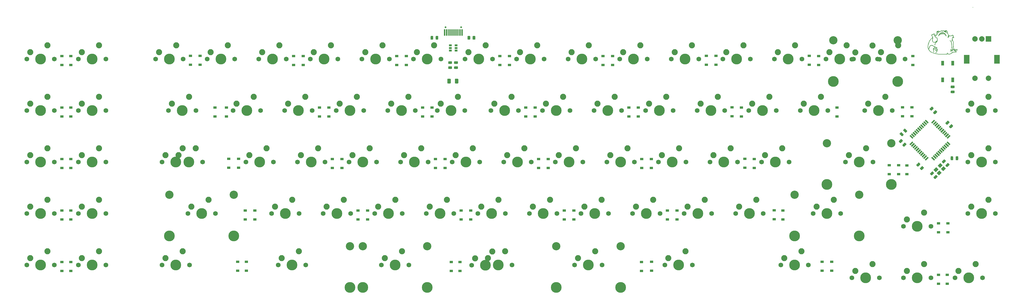
<source format=gbr>
G04 #@! TF.GenerationSoftware,KiCad,Pcbnew,(5.1.4)-1*
G04 #@! TF.CreationDate,2020-03-16T10:49:11-07:00*
G04 #@! TF.ProjectId,frogdor,66726f67-646f-4722-9e6b-696361645f70,rev?*
G04 #@! TF.SameCoordinates,Original*
G04 #@! TF.FileFunction,Soldermask,Bot*
G04 #@! TF.FilePolarity,Negative*
%FSLAX46Y46*%
G04 Gerber Fmt 4.6, Leading zero omitted, Abs format (unit mm)*
G04 Created by KiCad (PCBNEW (5.1.4)-1) date 2020-03-16 10:49:11*
%MOMM*%
%LPD*%
G04 APERTURE LIST*
%ADD10C,0.010000*%
%ADD11C,2.250000*%
%ADD12C,3.987800*%
%ADD13C,1.750000*%
%ADD14C,3.048000*%
%ADD15R,1.200000X0.900000*%
%ADD16R,1.060000X0.650000*%
%ADD17C,1.200000*%
%ADD18C,0.100000*%
%ADD19R,0.600000X2.450000*%
%ADD20R,0.300000X2.450000*%
%ADD21C,0.650000*%
%ADD22C,0.550000*%
%ADD23R,1.100000X1.800000*%
%ADD24C,0.975000*%
%ADD25C,1.250000*%
%ADD26R,2.000000X2.000000*%
%ADD27C,2.000000*%
%ADD28R,2.000000X3.200000*%
G04 APERTURE END LIST*
D10*
G36*
X454361667Y-161800972D02*
G01*
X454241956Y-161875880D01*
X454197468Y-161913378D01*
X454108097Y-161987022D01*
X453982742Y-162082781D01*
X453838490Y-162187904D01*
X453701618Y-162283397D01*
X453482817Y-162442935D01*
X453321348Y-162585000D01*
X453235096Y-162682924D01*
X453157665Y-162805106D01*
X453085820Y-162952475D01*
X453028143Y-163103671D01*
X452993217Y-163237331D01*
X452986750Y-163301078D01*
X453001264Y-163353743D01*
X453036222Y-163358000D01*
X453078749Y-163319499D01*
X453115787Y-163244455D01*
X453184577Y-163112356D01*
X453297698Y-162976757D01*
X453439050Y-162853662D01*
X453592532Y-162759074D01*
X453614311Y-162748910D01*
X453858594Y-162663696D01*
X454142701Y-162604800D01*
X454447350Y-162575332D01*
X454692919Y-162575035D01*
X454852848Y-162584356D01*
X454969276Y-162598614D01*
X455062200Y-162622039D01*
X455151615Y-162658860D01*
X455197800Y-162681834D01*
X455368097Y-162792386D01*
X455500995Y-162934511D01*
X455608142Y-163121672D01*
X455637601Y-163190079D01*
X455694950Y-163311308D01*
X455744380Y-163377256D01*
X455782585Y-163386653D01*
X455806254Y-163338229D01*
X455812500Y-163257218D01*
X455792397Y-163130219D01*
X455737642Y-162974291D01*
X455656571Y-162807246D01*
X455605172Y-162724037D01*
X455492269Y-162724037D01*
X455486979Y-162726750D01*
X455450193Y-162710391D01*
X455382033Y-162669175D01*
X455349180Y-162647425D01*
X455273971Y-162601564D01*
X455192098Y-162565344D01*
X455085607Y-162532296D01*
X454936541Y-162495953D01*
X454915563Y-162491204D01*
X454852394Y-162468037D01*
X454841703Y-162456875D01*
X454734590Y-162456875D01*
X454471858Y-162474772D01*
X454344721Y-162483772D01*
X454239461Y-162491846D01*
X454174243Y-162497579D01*
X454165550Y-162498584D01*
X454138143Y-162495728D01*
X454155337Y-162464524D01*
X454165550Y-162451956D01*
X454253590Y-162380778D01*
X454367383Y-162335004D01*
X454488135Y-162317042D01*
X454597048Y-162329303D01*
X454675328Y-162374198D01*
X454684370Y-162385437D01*
X454734590Y-162456875D01*
X454841703Y-162456875D01*
X454828250Y-162442831D01*
X454809417Y-162402213D01*
X454762557Y-162336634D01*
X454746053Y-162316436D01*
X454680069Y-162251972D01*
X454608233Y-162223991D01*
X454522783Y-162218750D01*
X454323392Y-162248671D01*
X454147755Y-162337026D01*
X454051849Y-162421381D01*
X453914326Y-162524013D01*
X453778428Y-162578754D01*
X453652417Y-162625491D01*
X453513090Y-162691687D01*
X453431250Y-162738232D01*
X453339994Y-162794615D01*
X453272538Y-162835154D01*
X453244619Y-162850519D01*
X453254107Y-162830423D01*
X453292253Y-162776148D01*
X453311518Y-162750562D01*
X453380379Y-162675665D01*
X453485805Y-162579535D01*
X453618064Y-162469310D01*
X453767423Y-162352131D01*
X453924148Y-162235134D01*
X454078507Y-162125460D01*
X454220768Y-162030247D01*
X454341197Y-161956634D01*
X454430063Y-161911759D01*
X454469441Y-161901250D01*
X454540304Y-161927150D01*
X454647834Y-162004856D01*
X454777210Y-162120266D01*
X454891242Y-162222759D01*
X455003916Y-162314825D01*
X455097892Y-162382660D01*
X455132741Y-162403326D01*
X455197036Y-162444204D01*
X455275500Y-162504645D01*
X455356194Y-162573749D01*
X455427180Y-162640616D01*
X455476518Y-162694346D01*
X455492269Y-162724037D01*
X455605172Y-162724037D01*
X455557520Y-162646894D01*
X455479102Y-162544827D01*
X455386505Y-162456014D01*
X455266214Y-162365519D01*
X455176024Y-162310651D01*
X455014255Y-162203000D01*
X454865084Y-162065949D01*
X454841118Y-162038963D01*
X454704814Y-161895632D01*
X454584921Y-161809253D01*
X454473264Y-161778231D01*
X454361667Y-161800972D01*
X454361667Y-161800972D01*
G37*
X454361667Y-161800972D02*
X454241956Y-161875880D01*
X454197468Y-161913378D01*
X454108097Y-161987022D01*
X453982742Y-162082781D01*
X453838490Y-162187904D01*
X453701618Y-162283397D01*
X453482817Y-162442935D01*
X453321348Y-162585000D01*
X453235096Y-162682924D01*
X453157665Y-162805106D01*
X453085820Y-162952475D01*
X453028143Y-163103671D01*
X452993217Y-163237331D01*
X452986750Y-163301078D01*
X453001264Y-163353743D01*
X453036222Y-163358000D01*
X453078749Y-163319499D01*
X453115787Y-163244455D01*
X453184577Y-163112356D01*
X453297698Y-162976757D01*
X453439050Y-162853662D01*
X453592532Y-162759074D01*
X453614311Y-162748910D01*
X453858594Y-162663696D01*
X454142701Y-162604800D01*
X454447350Y-162575332D01*
X454692919Y-162575035D01*
X454852848Y-162584356D01*
X454969276Y-162598614D01*
X455062200Y-162622039D01*
X455151615Y-162658860D01*
X455197800Y-162681834D01*
X455368097Y-162792386D01*
X455500995Y-162934511D01*
X455608142Y-163121672D01*
X455637601Y-163190079D01*
X455694950Y-163311308D01*
X455744380Y-163377256D01*
X455782585Y-163386653D01*
X455806254Y-163338229D01*
X455812500Y-163257218D01*
X455792397Y-163130219D01*
X455737642Y-162974291D01*
X455656571Y-162807246D01*
X455605172Y-162724037D01*
X455492269Y-162724037D01*
X455486979Y-162726750D01*
X455450193Y-162710391D01*
X455382033Y-162669175D01*
X455349180Y-162647425D01*
X455273971Y-162601564D01*
X455192098Y-162565344D01*
X455085607Y-162532296D01*
X454936541Y-162495953D01*
X454915563Y-162491204D01*
X454852394Y-162468037D01*
X454841703Y-162456875D01*
X454734590Y-162456875D01*
X454471858Y-162474772D01*
X454344721Y-162483772D01*
X454239461Y-162491846D01*
X454174243Y-162497579D01*
X454165550Y-162498584D01*
X454138143Y-162495728D01*
X454155337Y-162464524D01*
X454165550Y-162451956D01*
X454253590Y-162380778D01*
X454367383Y-162335004D01*
X454488135Y-162317042D01*
X454597048Y-162329303D01*
X454675328Y-162374198D01*
X454684370Y-162385437D01*
X454734590Y-162456875D01*
X454841703Y-162456875D01*
X454828250Y-162442831D01*
X454809417Y-162402213D01*
X454762557Y-162336634D01*
X454746053Y-162316436D01*
X454680069Y-162251972D01*
X454608233Y-162223991D01*
X454522783Y-162218750D01*
X454323392Y-162248671D01*
X454147755Y-162337026D01*
X454051849Y-162421381D01*
X453914326Y-162524013D01*
X453778428Y-162578754D01*
X453652417Y-162625491D01*
X453513090Y-162691687D01*
X453431250Y-162738232D01*
X453339994Y-162794615D01*
X453272538Y-162835154D01*
X453244619Y-162850519D01*
X453254107Y-162830423D01*
X453292253Y-162776148D01*
X453311518Y-162750562D01*
X453380379Y-162675665D01*
X453485805Y-162579535D01*
X453618064Y-162469310D01*
X453767423Y-162352131D01*
X453924148Y-162235134D01*
X454078507Y-162125460D01*
X454220768Y-162030247D01*
X454341197Y-161956634D01*
X454430063Y-161911759D01*
X454469441Y-161901250D01*
X454540304Y-161927150D01*
X454647834Y-162004856D01*
X454777210Y-162120266D01*
X454891242Y-162222759D01*
X455003916Y-162314825D01*
X455097892Y-162382660D01*
X455132741Y-162403326D01*
X455197036Y-162444204D01*
X455275500Y-162504645D01*
X455356194Y-162573749D01*
X455427180Y-162640616D01*
X455476518Y-162694346D01*
X455492269Y-162724037D01*
X455605172Y-162724037D01*
X455557520Y-162646894D01*
X455479102Y-162544827D01*
X455386505Y-162456014D01*
X455266214Y-162365519D01*
X455176024Y-162310651D01*
X455014255Y-162203000D01*
X454865084Y-162065949D01*
X454841118Y-162038963D01*
X454704814Y-161895632D01*
X454584921Y-161809253D01*
X454473264Y-161778231D01*
X454361667Y-161800972D01*
G36*
X451437769Y-163009015D02*
G01*
X451398737Y-163080565D01*
X451374329Y-163175532D01*
X451368544Y-163274045D01*
X451385384Y-163356238D01*
X451405600Y-163387150D01*
X451463929Y-163419976D01*
X451522675Y-163420208D01*
X451556437Y-163389430D01*
X451558000Y-163377625D01*
X451532322Y-163336353D01*
X451506902Y-163330000D01*
X451474373Y-163302779D01*
X451470429Y-163225544D01*
X451494976Y-163104939D01*
X451510768Y-163052187D01*
X451517518Y-162995903D01*
X451487425Y-162980750D01*
X451437769Y-163009015D01*
X451437769Y-163009015D01*
G37*
X451437769Y-163009015D02*
X451398737Y-163080565D01*
X451374329Y-163175532D01*
X451368544Y-163274045D01*
X451385384Y-163356238D01*
X451405600Y-163387150D01*
X451463929Y-163419976D01*
X451522675Y-163420208D01*
X451556437Y-163389430D01*
X451558000Y-163377625D01*
X451532322Y-163336353D01*
X451506902Y-163330000D01*
X451474373Y-163302779D01*
X451470429Y-163225544D01*
X451494976Y-163104939D01*
X451510768Y-163052187D01*
X451517518Y-162995903D01*
X451487425Y-162980750D01*
X451437769Y-163009015D01*
G36*
X452402965Y-163943408D02*
G01*
X452382030Y-163957474D01*
X452375710Y-163988290D01*
X452385325Y-164048410D01*
X452412193Y-164150386D01*
X452431929Y-164219000D01*
X452459340Y-164353908D01*
X452478335Y-164533491D01*
X452486969Y-164739253D01*
X452487015Y-164742875D01*
X452485241Y-164929624D01*
X452470488Y-165078615D01*
X452436309Y-165204321D01*
X452376257Y-165321212D01*
X452283884Y-165443763D01*
X452152743Y-165586445D01*
X452076827Y-165663625D01*
X451914118Y-165835188D01*
X451795685Y-165982501D01*
X451714509Y-166118745D01*
X451663570Y-166257099D01*
X451635849Y-166410743D01*
X451627963Y-166506430D01*
X451624438Y-166655802D01*
X451634451Y-166745751D01*
X451649641Y-166772644D01*
X451688954Y-166769380D01*
X451698687Y-166753074D01*
X451707129Y-166702031D01*
X451716703Y-166607662D01*
X451725381Y-166490062D01*
X451725632Y-166485963D01*
X451747583Y-166316137D01*
X451795864Y-166165405D01*
X451877587Y-166021475D01*
X451999863Y-165872059D01*
X452169802Y-165704865D01*
X452186332Y-165689751D01*
X452334507Y-165549544D01*
X452440712Y-165430492D01*
X452511703Y-165316831D01*
X452554238Y-165192800D01*
X452575071Y-165042637D01*
X452580959Y-164850579D01*
X452580732Y-164769617D01*
X452573324Y-164557792D01*
X452555599Y-164364273D01*
X452529373Y-164197499D01*
X452496462Y-164065909D01*
X452458682Y-163977943D01*
X452417849Y-163942040D01*
X452402965Y-163943408D01*
X452402965Y-163943408D01*
G37*
X452402965Y-163943408D02*
X452382030Y-163957474D01*
X452375710Y-163988290D01*
X452385325Y-164048410D01*
X452412193Y-164150386D01*
X452431929Y-164219000D01*
X452459340Y-164353908D01*
X452478335Y-164533491D01*
X452486969Y-164739253D01*
X452487015Y-164742875D01*
X452485241Y-164929624D01*
X452470488Y-165078615D01*
X452436309Y-165204321D01*
X452376257Y-165321212D01*
X452283884Y-165443763D01*
X452152743Y-165586445D01*
X452076827Y-165663625D01*
X451914118Y-165835188D01*
X451795685Y-165982501D01*
X451714509Y-166118745D01*
X451663570Y-166257099D01*
X451635849Y-166410743D01*
X451627963Y-166506430D01*
X451624438Y-166655802D01*
X451634451Y-166745751D01*
X451649641Y-166772644D01*
X451688954Y-166769380D01*
X451698687Y-166753074D01*
X451707129Y-166702031D01*
X451716703Y-166607662D01*
X451725381Y-166490062D01*
X451725632Y-166485963D01*
X451747583Y-166316137D01*
X451795864Y-166165405D01*
X451877587Y-166021475D01*
X451999863Y-165872059D01*
X452169802Y-165704865D01*
X452186332Y-165689751D01*
X452334507Y-165549544D01*
X452440712Y-165430492D01*
X452511703Y-165316831D01*
X452554238Y-165192800D01*
X452575071Y-165042637D01*
X452580959Y-164850579D01*
X452580732Y-164769617D01*
X452573324Y-164557792D01*
X452555599Y-164364273D01*
X452529373Y-164197499D01*
X452496462Y-164065909D01*
X452458682Y-163977943D01*
X452417849Y-163942040D01*
X452402965Y-163943408D01*
G36*
X457202263Y-164943787D02*
G01*
X457204234Y-164986373D01*
X457254066Y-165069402D01*
X457332036Y-165169174D01*
X457489383Y-165391083D01*
X457627679Y-165648587D01*
X457732839Y-165913977D01*
X457762335Y-166015609D01*
X457808128Y-166247837D01*
X457840131Y-166522900D01*
X457857188Y-166821402D01*
X457858140Y-167123944D01*
X457844111Y-167385530D01*
X457829540Y-167545649D01*
X457814973Y-167687949D01*
X457802032Y-167797642D01*
X457792340Y-167859941D01*
X457791785Y-167862312D01*
X457790930Y-167919678D01*
X457821742Y-167933750D01*
X457864191Y-167906635D01*
X457889466Y-167853666D01*
X457911231Y-167730612D01*
X457928970Y-167559669D01*
X457942081Y-167356354D01*
X457949964Y-167136187D01*
X457952017Y-166914686D01*
X457947638Y-166707369D01*
X457939396Y-166565812D01*
X457910591Y-166280540D01*
X457871510Y-166042967D01*
X457817318Y-165837524D01*
X457743179Y-165648644D01*
X457644258Y-165460759D01*
X457548602Y-165307645D01*
X457429619Y-165136338D01*
X457332298Y-165016513D01*
X457258373Y-164949990D01*
X457209578Y-164938592D01*
X457202263Y-164943787D01*
X457202263Y-164943787D01*
G37*
X457202263Y-164943787D02*
X457204234Y-164986373D01*
X457254066Y-165069402D01*
X457332036Y-165169174D01*
X457489383Y-165391083D01*
X457627679Y-165648587D01*
X457732839Y-165913977D01*
X457762335Y-166015609D01*
X457808128Y-166247837D01*
X457840131Y-166522900D01*
X457857188Y-166821402D01*
X457858140Y-167123944D01*
X457844111Y-167385530D01*
X457829540Y-167545649D01*
X457814973Y-167687949D01*
X457802032Y-167797642D01*
X457792340Y-167859941D01*
X457791785Y-167862312D01*
X457790930Y-167919678D01*
X457821742Y-167933750D01*
X457864191Y-167906635D01*
X457889466Y-167853666D01*
X457911231Y-167730612D01*
X457928970Y-167559669D01*
X457942081Y-167356354D01*
X457949964Y-167136187D01*
X457952017Y-166914686D01*
X457947638Y-166707369D01*
X457939396Y-166565812D01*
X457910591Y-166280540D01*
X457871510Y-166042967D01*
X457817318Y-165837524D01*
X457743179Y-165648644D01*
X457644258Y-165460759D01*
X457548602Y-165307645D01*
X457429619Y-165136338D01*
X457332298Y-165016513D01*
X457258373Y-164949990D01*
X457209578Y-164938592D01*
X457202263Y-164943787D01*
G36*
X450264775Y-166753601D02*
G01*
X450085862Y-166792837D01*
X449937994Y-166860227D01*
X449891481Y-166895024D01*
X449856970Y-166943539D01*
X449804534Y-167039337D01*
X449739409Y-167170577D01*
X449666830Y-167325416D01*
X449592031Y-167492013D01*
X449520246Y-167658524D01*
X449456711Y-167813107D01*
X449406660Y-167943921D01*
X449375328Y-168039122D01*
X449367250Y-168080982D01*
X449377062Y-168126128D01*
X449406329Y-168111329D01*
X449454803Y-168037004D01*
X449522236Y-167903575D01*
X449608377Y-167711460D01*
X449663210Y-167581964D01*
X449737621Y-167407995D01*
X449808484Y-167250687D01*
X449870531Y-167121117D01*
X449918493Y-167030360D01*
X449943532Y-166992760D01*
X450028013Y-166934297D01*
X450153445Y-166884480D01*
X450297334Y-166849270D01*
X450437188Y-166834626D01*
X450520742Y-166839820D01*
X450659210Y-166874305D01*
X450789049Y-166934092D01*
X450922318Y-167027001D01*
X451071077Y-167160852D01*
X451169063Y-167260174D01*
X451431000Y-167533817D01*
X451431000Y-167733783D01*
X451428920Y-167837052D01*
X451423492Y-167909277D01*
X451416619Y-167933750D01*
X451380209Y-167922003D01*
X451323711Y-167897970D01*
X451212668Y-167870576D01*
X451126718Y-167898267D01*
X451066861Y-167977378D01*
X451034099Y-168104241D01*
X451029432Y-168275190D01*
X451053861Y-168486559D01*
X451102030Y-168710198D01*
X451128777Y-168854735D01*
X451143317Y-169013375D01*
X451144155Y-169091198D01*
X451140697Y-169216774D01*
X451142023Y-169289353D01*
X451150584Y-169319397D01*
X451168834Y-169317366D01*
X451192875Y-169299000D01*
X451223823Y-169237842D01*
X451237914Y-169128263D01*
X451235147Y-168983061D01*
X451215523Y-168815036D01*
X451192875Y-168695750D01*
X451169098Y-168552781D01*
X451152254Y-168385338D01*
X451146366Y-168247015D01*
X451147622Y-168122324D01*
X451154963Y-168047207D01*
X451171616Y-168007803D01*
X451200810Y-167990251D01*
X451206549Y-167988626D01*
X451282484Y-167998115D01*
X451347361Y-168062954D01*
X451395653Y-168175234D01*
X451418388Y-168291803D01*
X451439727Y-168411068D01*
X451468503Y-168467996D01*
X451482997Y-168473500D01*
X451499308Y-168462030D01*
X451511137Y-168422456D01*
X451519109Y-168347030D01*
X451523845Y-168228005D01*
X451525970Y-168057632D01*
X451526250Y-167935550D01*
X451526598Y-167738789D01*
X451528422Y-167595775D01*
X451532890Y-167496754D01*
X451541172Y-167431974D01*
X451554437Y-167391680D01*
X451573856Y-167366121D01*
X451596662Y-167348282D01*
X451656120Y-167317460D01*
X451696504Y-167331317D01*
X451703729Y-167338545D01*
X451747239Y-167412354D01*
X451790537Y-167531099D01*
X451828414Y-167676410D01*
X451855663Y-167829919D01*
X451863509Y-167902000D01*
X451877529Y-168021201D01*
X451896870Y-168123260D01*
X451914089Y-168177898D01*
X451926745Y-168221571D01*
X451926922Y-168283401D01*
X451912956Y-168373470D01*
X451883179Y-168501858D01*
X451835925Y-168678644D01*
X451824547Y-168719562D01*
X451820731Y-168775705D01*
X451855036Y-168791000D01*
X451895532Y-168761256D01*
X451937317Y-168671442D01*
X451980647Y-168520685D01*
X452025779Y-168308111D01*
X452067118Y-168069660D01*
X452099028Y-167889394D01*
X452129045Y-167762879D01*
X452159896Y-167680531D01*
X452190317Y-167636572D01*
X452238705Y-167593714D01*
X452274487Y-167594787D01*
X452322946Y-167634127D01*
X452353431Y-167665615D01*
X452372210Y-167702985D01*
X452380984Y-167759724D01*
X452381451Y-167849314D01*
X452375310Y-167985242D01*
X452372830Y-168030035D01*
X452360432Y-168199736D01*
X452342405Y-168327862D01*
X452314134Y-168436327D01*
X452271002Y-168547047D01*
X452257639Y-168577025D01*
X452200959Y-168706320D01*
X452171048Y-168788796D01*
X452165932Y-168834257D01*
X452183639Y-168852507D01*
X452201810Y-168854500D01*
X452233742Y-168827448D01*
X452279233Y-168756354D01*
X452328698Y-168656309D01*
X452330994Y-168651069D01*
X452385695Y-168538693D01*
X452442108Y-168443669D01*
X452485632Y-168389132D01*
X452525584Y-168356172D01*
X452541762Y-168358951D01*
X452539386Y-168407491D01*
X452529566Y-168473500D01*
X452494292Y-168607794D01*
X452428611Y-168775997D01*
X452340870Y-168961715D01*
X452239414Y-169148550D01*
X452132590Y-169320110D01*
X452028744Y-169459998D01*
X452025295Y-169464085D01*
X451932624Y-169578428D01*
X451882839Y-169654069D01*
X451873305Y-169696582D01*
X451901387Y-169711538D01*
X451908197Y-169711750D01*
X451939637Y-169690261D01*
X452000136Y-169634110D01*
X452071430Y-169560882D01*
X452196633Y-169411010D01*
X452311371Y-169243618D01*
X452412944Y-169066588D01*
X452498652Y-168887800D01*
X452565795Y-168715138D01*
X452611673Y-168556482D01*
X452633587Y-168419715D01*
X452628835Y-168312719D01*
X452594719Y-168243374D01*
X452530916Y-168219540D01*
X452500257Y-168216158D01*
X452480529Y-168198341D01*
X452469329Y-168154654D01*
X452464258Y-168073661D01*
X452462912Y-167943926D01*
X452462875Y-167895522D01*
X452462151Y-167748940D01*
X452458042Y-167652686D01*
X452447645Y-167593590D01*
X452428057Y-167558482D01*
X452396375Y-167534191D01*
X452381300Y-167525474D01*
X452270321Y-167491735D01*
X452170507Y-167516971D01*
X452087484Y-167596900D01*
X452026883Y-167727238D01*
X452006639Y-167810568D01*
X451980932Y-167949625D01*
X451955340Y-167790875D01*
X451923868Y-167641300D01*
X451879748Y-167490043D01*
X451829509Y-167355780D01*
X451779676Y-167257193D01*
X451759195Y-167229526D01*
X451677496Y-167178099D01*
X451587821Y-167180126D01*
X451506345Y-167230332D01*
X451449245Y-167323444D01*
X451446576Y-167331444D01*
X451431471Y-167359336D01*
X451406369Y-167355680D01*
X451361986Y-167314257D01*
X451289038Y-167228846D01*
X451283632Y-167222288D01*
X451139425Y-167062739D01*
X450995365Y-166941083D01*
X450826596Y-166836846D01*
X450796000Y-166820605D01*
X450639023Y-166765907D01*
X450455555Y-166744099D01*
X450264775Y-166753601D01*
X450264775Y-166753601D01*
G37*
X450264775Y-166753601D02*
X450085862Y-166792837D01*
X449937994Y-166860227D01*
X449891481Y-166895024D01*
X449856970Y-166943539D01*
X449804534Y-167039337D01*
X449739409Y-167170577D01*
X449666830Y-167325416D01*
X449592031Y-167492013D01*
X449520246Y-167658524D01*
X449456711Y-167813107D01*
X449406660Y-167943921D01*
X449375328Y-168039122D01*
X449367250Y-168080982D01*
X449377062Y-168126128D01*
X449406329Y-168111329D01*
X449454803Y-168037004D01*
X449522236Y-167903575D01*
X449608377Y-167711460D01*
X449663210Y-167581964D01*
X449737621Y-167407995D01*
X449808484Y-167250687D01*
X449870531Y-167121117D01*
X449918493Y-167030360D01*
X449943532Y-166992760D01*
X450028013Y-166934297D01*
X450153445Y-166884480D01*
X450297334Y-166849270D01*
X450437188Y-166834626D01*
X450520742Y-166839820D01*
X450659210Y-166874305D01*
X450789049Y-166934092D01*
X450922318Y-167027001D01*
X451071077Y-167160852D01*
X451169063Y-167260174D01*
X451431000Y-167533817D01*
X451431000Y-167733783D01*
X451428920Y-167837052D01*
X451423492Y-167909277D01*
X451416619Y-167933750D01*
X451380209Y-167922003D01*
X451323711Y-167897970D01*
X451212668Y-167870576D01*
X451126718Y-167898267D01*
X451066861Y-167977378D01*
X451034099Y-168104241D01*
X451029432Y-168275190D01*
X451053861Y-168486559D01*
X451102030Y-168710198D01*
X451128777Y-168854735D01*
X451143317Y-169013375D01*
X451144155Y-169091198D01*
X451140697Y-169216774D01*
X451142023Y-169289353D01*
X451150584Y-169319397D01*
X451168834Y-169317366D01*
X451192875Y-169299000D01*
X451223823Y-169237842D01*
X451237914Y-169128263D01*
X451235147Y-168983061D01*
X451215523Y-168815036D01*
X451192875Y-168695750D01*
X451169098Y-168552781D01*
X451152254Y-168385338D01*
X451146366Y-168247015D01*
X451147622Y-168122324D01*
X451154963Y-168047207D01*
X451171616Y-168007803D01*
X451200810Y-167990251D01*
X451206549Y-167988626D01*
X451282484Y-167998115D01*
X451347361Y-168062954D01*
X451395653Y-168175234D01*
X451418388Y-168291803D01*
X451439727Y-168411068D01*
X451468503Y-168467996D01*
X451482997Y-168473500D01*
X451499308Y-168462030D01*
X451511137Y-168422456D01*
X451519109Y-168347030D01*
X451523845Y-168228005D01*
X451525970Y-168057632D01*
X451526250Y-167935550D01*
X451526598Y-167738789D01*
X451528422Y-167595775D01*
X451532890Y-167496754D01*
X451541172Y-167431974D01*
X451554437Y-167391680D01*
X451573856Y-167366121D01*
X451596662Y-167348282D01*
X451656120Y-167317460D01*
X451696504Y-167331317D01*
X451703729Y-167338545D01*
X451747239Y-167412354D01*
X451790537Y-167531099D01*
X451828414Y-167676410D01*
X451855663Y-167829919D01*
X451863509Y-167902000D01*
X451877529Y-168021201D01*
X451896870Y-168123260D01*
X451914089Y-168177898D01*
X451926745Y-168221571D01*
X451926922Y-168283401D01*
X451912956Y-168373470D01*
X451883179Y-168501858D01*
X451835925Y-168678644D01*
X451824547Y-168719562D01*
X451820731Y-168775705D01*
X451855036Y-168791000D01*
X451895532Y-168761256D01*
X451937317Y-168671442D01*
X451980647Y-168520685D01*
X452025779Y-168308111D01*
X452067118Y-168069660D01*
X452099028Y-167889394D01*
X452129045Y-167762879D01*
X452159896Y-167680531D01*
X452190317Y-167636572D01*
X452238705Y-167593714D01*
X452274487Y-167594787D01*
X452322946Y-167634127D01*
X452353431Y-167665615D01*
X452372210Y-167702985D01*
X452380984Y-167759724D01*
X452381451Y-167849314D01*
X452375310Y-167985242D01*
X452372830Y-168030035D01*
X452360432Y-168199736D01*
X452342405Y-168327862D01*
X452314134Y-168436327D01*
X452271002Y-168547047D01*
X452257639Y-168577025D01*
X452200959Y-168706320D01*
X452171048Y-168788796D01*
X452165932Y-168834257D01*
X452183639Y-168852507D01*
X452201810Y-168854500D01*
X452233742Y-168827448D01*
X452279233Y-168756354D01*
X452328698Y-168656309D01*
X452330994Y-168651069D01*
X452385695Y-168538693D01*
X452442108Y-168443669D01*
X452485632Y-168389132D01*
X452525584Y-168356172D01*
X452541762Y-168358951D01*
X452539386Y-168407491D01*
X452529566Y-168473500D01*
X452494292Y-168607794D01*
X452428611Y-168775997D01*
X452340870Y-168961715D01*
X452239414Y-169148550D01*
X452132590Y-169320110D01*
X452028744Y-169459998D01*
X452025295Y-169464085D01*
X451932624Y-169578428D01*
X451882839Y-169654069D01*
X451873305Y-169696582D01*
X451901387Y-169711538D01*
X451908197Y-169711750D01*
X451939637Y-169690261D01*
X452000136Y-169634110D01*
X452071430Y-169560882D01*
X452196633Y-169411010D01*
X452311371Y-169243618D01*
X452412944Y-169066588D01*
X452498652Y-168887800D01*
X452565795Y-168715138D01*
X452611673Y-168556482D01*
X452633587Y-168419715D01*
X452628835Y-168312719D01*
X452594719Y-168243374D01*
X452530916Y-168219540D01*
X452500257Y-168216158D01*
X452480529Y-168198341D01*
X452469329Y-168154654D01*
X452464258Y-168073661D01*
X452462912Y-167943926D01*
X452462875Y-167895522D01*
X452462151Y-167748940D01*
X452458042Y-167652686D01*
X452447645Y-167593590D01*
X452428057Y-167558482D01*
X452396375Y-167534191D01*
X452381300Y-167525474D01*
X452270321Y-167491735D01*
X452170507Y-167516971D01*
X452087484Y-167596900D01*
X452026883Y-167727238D01*
X452006639Y-167810568D01*
X451980932Y-167949625D01*
X451955340Y-167790875D01*
X451923868Y-167641300D01*
X451879748Y-167490043D01*
X451829509Y-167355780D01*
X451779676Y-167257193D01*
X451759195Y-167229526D01*
X451677496Y-167178099D01*
X451587821Y-167180126D01*
X451506345Y-167230332D01*
X451449245Y-167323444D01*
X451446576Y-167331444D01*
X451431471Y-167359336D01*
X451406369Y-167355680D01*
X451361986Y-167314257D01*
X451289038Y-167228846D01*
X451283632Y-167222288D01*
X451139425Y-167062739D01*
X450995365Y-166941083D01*
X450826596Y-166836846D01*
X450796000Y-166820605D01*
X450639023Y-166765907D01*
X450455555Y-166744099D01*
X450264775Y-166753601D01*
G36*
X465687673Y-152717910D02*
G01*
X465686750Y-152725500D01*
X465710911Y-152756327D01*
X465718500Y-152757250D01*
X465749328Y-152733089D01*
X465750250Y-152725500D01*
X465726090Y-152694672D01*
X465718500Y-152693750D01*
X465687673Y-152717910D01*
X465687673Y-152717910D01*
G37*
X465687673Y-152717910D02*
X465686750Y-152725500D01*
X465710911Y-152756327D01*
X465718500Y-152757250D01*
X465749328Y-152733089D01*
X465750250Y-152725500D01*
X465726090Y-152694672D01*
X465718500Y-152693750D01*
X465687673Y-152717910D01*
G36*
X455506975Y-161307610D02*
G01*
X455280564Y-161387293D01*
X455223757Y-161413968D01*
X455056147Y-161496038D01*
X454947340Y-161413047D01*
X454791949Y-161331614D01*
X454596445Y-161289317D01*
X454372257Y-161288200D01*
X454297197Y-161296751D01*
X454162978Y-161323218D01*
X454046899Y-161367028D01*
X453920862Y-161439651D01*
X453878601Y-161467628D01*
X453746137Y-161556662D01*
X453653475Y-161613777D01*
X453587152Y-161641623D01*
X453533704Y-161642850D01*
X453479666Y-161620107D01*
X453411575Y-161576042D01*
X453392636Y-161563255D01*
X453310949Y-161511173D01*
X453242375Y-161479576D01*
X453166262Y-161463389D01*
X453061953Y-161457535D01*
X452959747Y-161456868D01*
X452780342Y-161464321D01*
X452646254Y-161492290D01*
X452540412Y-161549461D01*
X452445746Y-161644520D01*
X452361566Y-161761219D01*
X452292473Y-161874754D01*
X452254066Y-161971420D01*
X452235827Y-162082667D01*
X452231106Y-162151270D01*
X452239424Y-162373114D01*
X452284160Y-162565315D01*
X452319201Y-162689391D01*
X452326326Y-162776993D01*
X452299652Y-162848895D01*
X452233295Y-162925872D01*
X452163716Y-162990620D01*
X452066486Y-163065997D01*
X451973680Y-163116963D01*
X451898851Y-163138052D01*
X451855551Y-163123795D01*
X451851929Y-163116409D01*
X451833771Y-163075639D01*
X451793468Y-162991730D01*
X451737576Y-162878186D01*
X451691507Y-162785957D01*
X451620521Y-162648991D01*
X451567484Y-162559880D01*
X451524647Y-162508412D01*
X451484259Y-162484377D01*
X451458497Y-162478934D01*
X451375757Y-162492588D01*
X451309115Y-162552834D01*
X451265961Y-162600515D01*
X451220320Y-162622179D01*
X451150234Y-162623504D01*
X451069816Y-162614743D01*
X450896270Y-162593060D01*
X450811580Y-162727218D01*
X450757920Y-162806629D01*
X450713301Y-162843973D01*
X450654183Y-162851689D01*
X450587457Y-162845659D01*
X450469739Y-162845067D01*
X450392174Y-162870782D01*
X450373362Y-162889698D01*
X450366711Y-162917319D01*
X450375202Y-162962385D01*
X450401812Y-163033633D01*
X450449522Y-163139802D01*
X450521311Y-163289630D01*
X450566726Y-163382747D01*
X450643643Y-163541412D01*
X450709596Y-163680098D01*
X450759941Y-163788828D01*
X450790034Y-163857623D01*
X450796564Y-163876691D01*
X450772552Y-163887542D01*
X450749932Y-163881828D01*
X450707645Y-163896037D01*
X450633261Y-163951296D01*
X450534788Y-164039425D01*
X450420235Y-164152246D01*
X450297613Y-164281578D01*
X450174929Y-164419240D01*
X450060194Y-164557054D01*
X449961416Y-164686839D01*
X449960603Y-164687974D01*
X449821637Y-164898239D01*
X449677483Y-165144001D01*
X449540207Y-165402781D01*
X449421874Y-165652100D01*
X449351677Y-165822375D01*
X449257425Y-166104122D01*
X449178698Y-166402386D01*
X449117261Y-166704825D01*
X449074881Y-166999103D01*
X449053325Y-167272879D01*
X449054360Y-167513815D01*
X449079752Y-167709572D01*
X449080805Y-167714174D01*
X449131575Y-167879720D01*
X449211483Y-168077246D01*
X449311685Y-168287842D01*
X449423338Y-168492601D01*
X449510425Y-168632699D01*
X449728460Y-168904787D01*
X450003266Y-169151925D01*
X450332873Y-169373291D01*
X450715316Y-169568064D01*
X451148626Y-169735424D01*
X451630836Y-169874548D01*
X452159979Y-169984615D01*
X452734087Y-170064804D01*
X453002625Y-170090593D01*
X453140675Y-170100107D01*
X453328651Y-170110161D01*
X453552987Y-170120185D01*
X453800120Y-170129611D01*
X454056485Y-170137869D01*
X454256750Y-170143196D01*
X454690904Y-170149864D01*
X455071994Y-170147397D01*
X455409869Y-170135295D01*
X455714377Y-170113052D01*
X455995365Y-170080168D01*
X456228254Y-170042529D01*
X456501132Y-169992716D01*
X456621622Y-170074483D01*
X456769738Y-170138528D01*
X456943522Y-170153767D01*
X457127530Y-170119786D01*
X457205621Y-170090085D01*
X457285216Y-170048194D01*
X457401316Y-169978748D01*
X457538786Y-169891144D01*
X457682489Y-169794778D01*
X457692928Y-169787575D01*
X457845674Y-169685627D01*
X458002585Y-169587106D01*
X458145005Y-169503379D01*
X458252432Y-169446684D01*
X458332857Y-169409457D01*
X458400746Y-169382787D01*
X458469011Y-169364849D01*
X458550562Y-169353821D01*
X458658312Y-169347880D01*
X458805170Y-169345203D01*
X458979030Y-169344090D01*
X459174544Y-169342407D01*
X459316797Y-169338851D01*
X459416024Y-169332333D01*
X459482459Y-169321762D01*
X459526337Y-169306049D01*
X459557892Y-169284105D01*
X459559971Y-169282247D01*
X459616964Y-169200542D01*
X459612647Y-169116949D01*
X459549062Y-169033945D01*
X459428248Y-168954006D01*
X459252246Y-168879608D01*
X459218870Y-168868308D01*
X459109544Y-168831175D01*
X459053097Y-168806772D01*
X459041706Y-168789197D01*
X459067545Y-168772547D01*
X459083360Y-168766072D01*
X459148010Y-168748283D01*
X459258009Y-168725576D01*
X459395755Y-168701381D01*
X459492554Y-168686374D01*
X459709134Y-168644561D01*
X459866558Y-168591700D01*
X459963993Y-168528502D01*
X460000609Y-168455677D01*
X459996318Y-168441666D01*
X459876500Y-168441666D01*
X459845225Y-168485014D01*
X459753295Y-168527966D01*
X459603550Y-168569556D01*
X459398832Y-168608823D01*
X459370045Y-168613437D01*
X459157464Y-168654391D01*
X458996990Y-168701630D01*
X458892136Y-168753754D01*
X458846411Y-168809364D01*
X458844625Y-168822941D01*
X458874980Y-168855406D01*
X458962444Y-168896559D01*
X459101622Y-168943908D01*
X459115742Y-168948162D01*
X459275625Y-168997588D01*
X459382972Y-169036502D01*
X459446724Y-169070295D01*
X459475820Y-169104358D01*
X459479202Y-169144084D01*
X459474852Y-169164725D01*
X459455906Y-169205952D01*
X459415457Y-169228595D01*
X459336734Y-169239230D01*
X459277485Y-169242110D01*
X459150179Y-169244237D01*
X458995131Y-169243242D01*
X458860500Y-169239810D01*
X458672394Y-169240223D01*
X458503353Y-169259606D01*
X458340985Y-169302520D01*
X458172898Y-169373530D01*
X457986700Y-169477196D01*
X457769998Y-169618084D01*
X457697615Y-169667992D01*
X457467963Y-169822858D01*
X457278282Y-169937536D01*
X457120985Y-170013914D01*
X456988484Y-170053883D01*
X456873193Y-170059332D01*
X456767524Y-170032149D01*
X456663891Y-169974225D01*
X456614672Y-169937665D01*
X456508476Y-169845144D01*
X456405333Y-169741630D01*
X456355153Y-169683665D01*
X456280125Y-169602655D01*
X456216537Y-169558555D01*
X456174056Y-169556104D01*
X456161750Y-169588839D01*
X456181628Y-169630992D01*
X456232614Y-169700428D01*
X456275846Y-169750968D01*
X456334518Y-169825079D01*
X456364339Y-169881679D01*
X456363159Y-169902026D01*
X456302783Y-169929113D01*
X456186635Y-169954716D01*
X456022436Y-169978339D01*
X455817905Y-169999486D01*
X455580763Y-170017661D01*
X455318731Y-170032370D01*
X455039527Y-170043117D01*
X454750874Y-170049406D01*
X454460490Y-170050741D01*
X454176097Y-170046628D01*
X454129750Y-170045376D01*
X453572670Y-170023607D01*
X453071619Y-169991557D01*
X452619790Y-169948100D01*
X452210376Y-169892114D01*
X451836569Y-169822472D01*
X451491563Y-169738050D01*
X451168550Y-169637723D01*
X450860724Y-169520367D01*
X450802440Y-169495642D01*
X450459255Y-169331827D01*
X450169690Y-169156227D01*
X449923926Y-168959835D01*
X449712144Y-168733645D01*
X449524526Y-168468649D01*
X449359256Y-168171822D01*
X449246673Y-167915935D01*
X449176132Y-167670989D01*
X449145160Y-167419614D01*
X449151284Y-167144440D01*
X449179340Y-166907956D01*
X449290719Y-166365283D01*
X449457024Y-165845658D01*
X449675812Y-165353966D01*
X449944638Y-164895091D01*
X450261059Y-164473914D01*
X450554698Y-164159744D01*
X450796000Y-163925864D01*
X450796381Y-164048619D01*
X450788792Y-164130392D01*
X450767992Y-164254605D01*
X450737434Y-164402429D01*
X450710878Y-164514716D01*
X450672987Y-164672017D01*
X450650765Y-164785346D01*
X450642563Y-164871825D01*
X450646734Y-164948574D01*
X450661205Y-165030700D01*
X450722896Y-165211734D01*
X450825198Y-165391852D01*
X450953640Y-165549495D01*
X451079946Y-165654544D01*
X451161313Y-165702801D01*
X451231790Y-165729555D01*
X451314504Y-165739795D01*
X451432583Y-165738509D01*
X451463440Y-165737267D01*
X451619593Y-165723975D01*
X451748341Y-165693501D01*
X451885253Y-165636802D01*
X451914747Y-165622504D01*
X452078600Y-165524442D01*
X452213156Y-165409840D01*
X452306414Y-165290328D01*
X452340763Y-165209708D01*
X452346280Y-165139986D01*
X452325456Y-165111871D01*
X452289131Y-165134851D01*
X452276589Y-165153540D01*
X452129507Y-165343795D01*
X451939643Y-165492242D01*
X451716506Y-165593097D01*
X451476611Y-165640039D01*
X451310610Y-165639106D01*
X451178877Y-165600014D01*
X451060243Y-165514129D01*
X450991409Y-165442114D01*
X450871201Y-165283761D01*
X450795441Y-165126268D01*
X450761882Y-164956760D01*
X450768277Y-164762363D01*
X450812378Y-164530203D01*
X450824102Y-164483585D01*
X450873856Y-164254070D01*
X450891950Y-164054693D01*
X450875869Y-163869162D01*
X450823097Y-163681186D01*
X450731120Y-163474473D01*
X450643230Y-163311954D01*
X450564456Y-163169957D01*
X450519026Y-163072921D01*
X450507490Y-163011432D01*
X450530398Y-162976074D01*
X450588301Y-162957433D01*
X450664504Y-162947794D01*
X450794898Y-162919470D01*
X450884202Y-162868258D01*
X450922321Y-162800348D01*
X450923000Y-162789277D01*
X450950242Y-162756462D01*
X451013930Y-162731414D01*
X451087013Y-162722027D01*
X451129375Y-162729043D01*
X451218435Y-162753038D01*
X451285999Y-162734772D01*
X451353285Y-162674333D01*
X451407435Y-162620732D01*
X451443283Y-162610257D01*
X451484277Y-162638190D01*
X451493188Y-162646187D01*
X451540192Y-162710151D01*
X451600389Y-162824097D01*
X451669518Y-162976953D01*
X451743320Y-163157646D01*
X451817532Y-163355105D01*
X451887893Y-163558258D01*
X451950144Y-163756031D01*
X452000023Y-163937354D01*
X452015979Y-164004687D01*
X452046305Y-164069667D01*
X452085003Y-164092000D01*
X452108180Y-164085879D01*
X452118918Y-164061831D01*
X452115893Y-164011329D01*
X452097777Y-163925844D01*
X452063246Y-163796847D01*
X452010973Y-163615813D01*
X452010955Y-163615750D01*
X451973532Y-163488133D01*
X451941860Y-163379993D01*
X451921027Y-163308712D01*
X451916978Y-163294787D01*
X451926054Y-163252944D01*
X451988858Y-163226524D01*
X452000865Y-163223964D01*
X452111367Y-163173704D01*
X452233298Y-163068124D01*
X452361465Y-162913193D01*
X452490678Y-162714877D01*
X452571497Y-162568000D01*
X452647660Y-162424590D01*
X452721952Y-162291830D01*
X452785051Y-162185988D01*
X452822528Y-162129864D01*
X452959268Y-161999763D01*
X453153606Y-161895918D01*
X453379029Y-161824671D01*
X453543669Y-161771670D01*
X453707122Y-161689967D01*
X453475772Y-161689967D01*
X453286035Y-161743472D01*
X453094039Y-161808906D01*
X452938490Y-161891432D01*
X452807776Y-162001499D01*
X452690280Y-162149555D01*
X452574389Y-162346051D01*
X452537945Y-162416509D01*
X452405249Y-162679125D01*
X452358778Y-162568000D01*
X452330339Y-162473644D01*
X452306487Y-162348786D01*
X452296207Y-162261873D01*
X452280108Y-162066872D01*
X452450867Y-162016555D01*
X452535324Y-161981231D01*
X452643930Y-161921329D01*
X452764155Y-161845660D01*
X452883470Y-161763035D01*
X452989347Y-161682266D01*
X453069255Y-161612164D01*
X453110666Y-161561540D01*
X453113750Y-161550374D01*
X453137276Y-161522069D01*
X453199565Y-161528465D01*
X453288190Y-161566693D01*
X453350891Y-161605108D01*
X453475772Y-161689967D01*
X453707122Y-161689967D01*
X453709629Y-161688714D01*
X453848356Y-161600471D01*
X454086457Y-161463938D01*
X454311758Y-161386324D01*
X454521939Y-161367662D01*
X454714685Y-161407985D01*
X454887679Y-161507325D01*
X454971125Y-161584514D01*
X455065611Y-161673610D01*
X455178636Y-161755201D01*
X455322048Y-161836306D01*
X455507698Y-161923945D01*
X455640198Y-161980871D01*
X455878090Y-162087995D01*
X456064116Y-162189869D01*
X456208763Y-162293239D01*
X456322522Y-162404853D01*
X456348802Y-162436645D01*
X456424995Y-162546869D01*
X456497731Y-162675831D01*
X456557946Y-162804678D01*
X456596577Y-162914557D01*
X456605940Y-162971560D01*
X456624206Y-163045942D01*
X456648189Y-163080923D01*
X456668759Y-163115354D01*
X456659444Y-163166155D01*
X456616949Y-163251029D01*
X456616337Y-163252125D01*
X456560462Y-163364494D01*
X456508087Y-163491025D01*
X456464868Y-163615047D01*
X456436460Y-163719887D01*
X456428517Y-163788872D01*
X456430697Y-163799404D01*
X456454714Y-163829454D01*
X456485705Y-163807155D01*
X456525644Y-163729477D01*
X456576504Y-163593390D01*
X456588990Y-163556409D01*
X456643267Y-163415974D01*
X456701441Y-163302420D01*
X456757662Y-163223566D01*
X456806077Y-163187231D01*
X456840836Y-163201236D01*
X456846330Y-163212518D01*
X456838919Y-163271213D01*
X456790114Y-163356394D01*
X456769143Y-163383961D01*
X456707840Y-163474427D01*
X456650222Y-163583682D01*
X456599814Y-163700570D01*
X456560139Y-163813930D01*
X456534721Y-163912604D01*
X456527084Y-163985434D01*
X456540753Y-164021259D01*
X456569668Y-164015611D01*
X456592835Y-163979563D01*
X456629587Y-163899261D01*
X456672836Y-163790493D01*
X456682639Y-163763986D01*
X456746130Y-163616057D01*
X456816091Y-163495653D01*
X456863932Y-163437574D01*
X456910738Y-163395935D01*
X456956583Y-163368987D01*
X457016614Y-163353215D01*
X457105979Y-163345106D01*
X457239823Y-163341148D01*
X457282998Y-163340378D01*
X457516331Y-163327426D01*
X457702232Y-163295007D01*
X457854779Y-163239431D01*
X457988047Y-163157006D01*
X457991014Y-163154752D01*
X458076923Y-163095814D01*
X458129550Y-163081679D01*
X458160853Y-163112585D01*
X458175815Y-163158470D01*
X458201550Y-163217142D01*
X458249194Y-163226757D01*
X458272211Y-163221941D01*
X458360340Y-163227539D01*
X458398313Y-163253348D01*
X458424494Y-163287619D01*
X458426043Y-163327556D01*
X458399979Y-163391351D01*
X458364781Y-163457974D01*
X458321211Y-163551975D01*
X458298808Y-163629000D01*
X458299280Y-163660242D01*
X458335815Y-163705022D01*
X458407019Y-163762995D01*
X458446234Y-163789417D01*
X458521405Y-163840437D01*
X458567680Y-163878715D01*
X458574750Y-163889299D01*
X458545600Y-163896797D01*
X458468297Y-163899867D01*
X458358067Y-163898043D01*
X458328688Y-163896838D01*
X458082625Y-163885625D01*
X458063117Y-164203125D01*
X458017089Y-164571338D01*
X457927753Y-164928368D01*
X457832370Y-165181954D01*
X457787674Y-165293241D01*
X457774493Y-165359148D01*
X457792268Y-165389099D01*
X457819789Y-165393750D01*
X457848688Y-165365707D01*
X457890921Y-165290446D01*
X457940599Y-165181272D01*
X457991833Y-165051487D01*
X458038733Y-164914393D01*
X458053250Y-164866405D01*
X458106891Y-164681888D01*
X458269383Y-165156881D01*
X458431875Y-165631875D01*
X458431552Y-166441500D01*
X458428243Y-166792418D01*
X458417144Y-167090377D01*
X458396040Y-167345672D01*
X458362718Y-167568596D01*
X458314961Y-167769446D01*
X458250555Y-167958515D01*
X458167285Y-168146100D01*
X458062937Y-168342496D01*
X457998869Y-168452769D01*
X457863913Y-168679875D01*
X457804635Y-168473500D01*
X457757799Y-168344095D01*
X457703136Y-168244487D01*
X457647752Y-168184040D01*
X457598756Y-168172119D01*
X457583460Y-168182090D01*
X457562127Y-168226304D01*
X457533020Y-168317214D01*
X457499138Y-168441560D01*
X457463477Y-168586084D01*
X457429035Y-168737528D01*
X457398811Y-168882632D01*
X457375802Y-169008139D01*
X457363005Y-169100788D01*
X457363420Y-169147321D01*
X457364742Y-169149441D01*
X457389209Y-169158931D01*
X457414493Y-169133583D01*
X457442971Y-169067219D01*
X457477016Y-168953659D01*
X457519005Y-168786726D01*
X457542211Y-168687851D01*
X457577348Y-168545796D01*
X457610066Y-168431378D01*
X457636806Y-168355911D01*
X457654007Y-168330704D01*
X457654516Y-168330943D01*
X457672675Y-168368111D01*
X457700328Y-168457221D01*
X457734795Y-168587891D01*
X457773397Y-168749740D01*
X457813455Y-168932386D01*
X457828548Y-169005312D01*
X457850519Y-169075337D01*
X457876022Y-169108157D01*
X457878447Y-169108500D01*
X457905427Y-169082020D01*
X457949758Y-169012187D01*
X458002416Y-168913409D01*
X458008765Y-168900501D01*
X458146434Y-168677700D01*
X458323929Y-168482335D01*
X458526746Y-168329170D01*
X458618452Y-168279809D01*
X458716779Y-168235955D01*
X458790137Y-168208200D01*
X458822370Y-168202535D01*
X458814038Y-168234198D01*
X458780593Y-168307441D01*
X458728419Y-168408709D01*
X458705066Y-168451619D01*
X458625920Y-168600103D01*
X458582961Y-168697703D01*
X458578364Y-168747156D01*
X458614304Y-168751203D01*
X458692956Y-168712581D01*
X458816496Y-168634029D01*
X458838347Y-168619432D01*
X459040626Y-168498819D01*
X459240906Y-168406965D01*
X459429255Y-168346568D01*
X459595743Y-168320327D01*
X459730439Y-168330937D01*
X459796609Y-168359117D01*
X459853516Y-168405459D01*
X459876500Y-168441666D01*
X459996318Y-168441666D01*
X459975572Y-168373937D01*
X459925690Y-168316219D01*
X459807791Y-168247682D01*
X459651185Y-168222147D01*
X459463214Y-168238898D01*
X459251225Y-168297218D01*
X459022560Y-168396390D01*
X459003375Y-168406270D01*
X458911624Y-168453742D01*
X458842731Y-168488750D01*
X458818409Y-168500577D01*
X458815601Y-168482804D01*
X458837982Y-168424593D01*
X458858097Y-168382961D01*
X458890830Y-168300966D01*
X458914950Y-168208797D01*
X458927143Y-168125855D01*
X458924099Y-168071540D01*
X458913096Y-168060750D01*
X458852490Y-168074282D01*
X458755000Y-168109384D01*
X458639807Y-168157808D01*
X458526090Y-168211307D01*
X458433033Y-168261638D01*
X458406784Y-168278418D01*
X458266479Y-168390916D01*
X458133345Y-168525495D01*
X458026751Y-168661454D01*
X457988356Y-168725603D01*
X457940145Y-168797935D01*
X457900719Y-168820433D01*
X457878465Y-168790303D01*
X457876250Y-168762953D01*
X457901742Y-168705759D01*
X457931813Y-168687952D01*
X457989046Y-168645852D01*
X458059267Y-168553484D01*
X458137450Y-168421470D01*
X458218569Y-168260433D01*
X458297598Y-168080995D01*
X458369510Y-167893780D01*
X458429280Y-167709411D01*
X458468946Y-167552750D01*
X458487316Y-167453996D01*
X458501466Y-167347301D01*
X458511897Y-167222964D01*
X458519112Y-167071282D01*
X458523613Y-166882555D01*
X458525901Y-166647081D01*
X458526462Y-166441500D01*
X458527125Y-165600125D01*
X458376313Y-165162584D01*
X458322606Y-165003798D01*
X458277336Y-164864295D01*
X458244244Y-164756048D01*
X458227074Y-164691033D01*
X458225500Y-164679974D01*
X458200874Y-164626332D01*
X458179448Y-164609132D01*
X458157748Y-164584811D01*
X458146490Y-164534412D01*
X458144667Y-164446022D01*
X458151271Y-164307731D01*
X458152423Y-164289655D01*
X458171452Y-163995949D01*
X458365164Y-164013727D01*
X458513060Y-164015297D01*
X458626577Y-163993649D01*
X458700001Y-163954180D01*
X458727616Y-163902283D01*
X458703708Y-163843355D01*
X458622564Y-163782789D01*
X458614321Y-163778489D01*
X458506815Y-163717830D01*
X458451507Y-163663103D01*
X458441442Y-163597152D01*
X458469663Y-163502821D01*
X458486206Y-163462507D01*
X458532427Y-163315965D01*
X458529892Y-163209568D01*
X458478346Y-163142470D01*
X458380076Y-163114029D01*
X458288646Y-163092374D01*
X458236628Y-163039075D01*
X458230522Y-163026717D01*
X458175881Y-162962782D01*
X458100270Y-162956760D01*
X458009298Y-163008892D01*
X458000171Y-163016779D01*
X457928671Y-163067866D01*
X457825491Y-163127524D01*
X457749250Y-163165639D01*
X457653501Y-163205669D01*
X457563553Y-163229930D01*
X457458086Y-163241991D01*
X457315783Y-163245420D01*
X457273000Y-163245351D01*
X457131672Y-163243489D01*
X457041694Y-163237863D01*
X456990933Y-163226087D01*
X456967252Y-163205775D01*
X456960021Y-163183804D01*
X456922053Y-163092470D01*
X456855528Y-163054727D01*
X456808343Y-163058362D01*
X456761029Y-163062146D01*
X456731272Y-163033797D01*
X456706220Y-162959221D01*
X456701608Y-162941341D01*
X456601568Y-162657903D01*
X456460124Y-162423354D01*
X456404293Y-162339911D01*
X456371048Y-162256390D01*
X456352421Y-162148045D01*
X456347691Y-162093594D01*
X456288750Y-162093594D01*
X456288750Y-162214455D01*
X456134965Y-162110965D01*
X456039727Y-162055232D01*
X455905418Y-161987390D01*
X455752505Y-161917416D01*
X455647766Y-161873474D01*
X455500432Y-161809680D01*
X455364231Y-161742562D01*
X455256852Y-161681276D01*
X455206239Y-161644966D01*
X455098125Y-161550458D01*
X455225125Y-161633745D01*
X455300771Y-161678348D01*
X455370036Y-161701553D01*
X455456554Y-161708059D01*
X455574375Y-161703166D01*
X455733748Y-161682927D01*
X455883272Y-161646281D01*
X455947777Y-161622284D01*
X456098929Y-161555270D01*
X456145006Y-161625592D01*
X456209343Y-161753192D01*
X456260055Y-161906992D01*
X456286884Y-162053595D01*
X456288750Y-162093594D01*
X456347691Y-162093594D01*
X456345388Y-162067092D01*
X456309907Y-161852770D01*
X456239328Y-161657602D01*
X456140480Y-161496821D01*
X456048892Y-161405650D01*
X455887674Y-161316824D01*
X455708190Y-161284132D01*
X455506975Y-161307610D01*
X455506975Y-161307610D01*
G37*
X455506975Y-161307610D02*
X455280564Y-161387293D01*
X455223757Y-161413968D01*
X455056147Y-161496038D01*
X454947340Y-161413047D01*
X454791949Y-161331614D01*
X454596445Y-161289317D01*
X454372257Y-161288200D01*
X454297197Y-161296751D01*
X454162978Y-161323218D01*
X454046899Y-161367028D01*
X453920862Y-161439651D01*
X453878601Y-161467628D01*
X453746137Y-161556662D01*
X453653475Y-161613777D01*
X453587152Y-161641623D01*
X453533704Y-161642850D01*
X453479666Y-161620107D01*
X453411575Y-161576042D01*
X453392636Y-161563255D01*
X453310949Y-161511173D01*
X453242375Y-161479576D01*
X453166262Y-161463389D01*
X453061953Y-161457535D01*
X452959747Y-161456868D01*
X452780342Y-161464321D01*
X452646254Y-161492290D01*
X452540412Y-161549461D01*
X452445746Y-161644520D01*
X452361566Y-161761219D01*
X452292473Y-161874754D01*
X452254066Y-161971420D01*
X452235827Y-162082667D01*
X452231106Y-162151270D01*
X452239424Y-162373114D01*
X452284160Y-162565315D01*
X452319201Y-162689391D01*
X452326326Y-162776993D01*
X452299652Y-162848895D01*
X452233295Y-162925872D01*
X452163716Y-162990620D01*
X452066486Y-163065997D01*
X451973680Y-163116963D01*
X451898851Y-163138052D01*
X451855551Y-163123795D01*
X451851929Y-163116409D01*
X451833771Y-163075639D01*
X451793468Y-162991730D01*
X451737576Y-162878186D01*
X451691507Y-162785957D01*
X451620521Y-162648991D01*
X451567484Y-162559880D01*
X451524647Y-162508412D01*
X451484259Y-162484377D01*
X451458497Y-162478934D01*
X451375757Y-162492588D01*
X451309115Y-162552834D01*
X451265961Y-162600515D01*
X451220320Y-162622179D01*
X451150234Y-162623504D01*
X451069816Y-162614743D01*
X450896270Y-162593060D01*
X450811580Y-162727218D01*
X450757920Y-162806629D01*
X450713301Y-162843973D01*
X450654183Y-162851689D01*
X450587457Y-162845659D01*
X450469739Y-162845067D01*
X450392174Y-162870782D01*
X450373362Y-162889698D01*
X450366711Y-162917319D01*
X450375202Y-162962385D01*
X450401812Y-163033633D01*
X450449522Y-163139802D01*
X450521311Y-163289630D01*
X450566726Y-163382747D01*
X450643643Y-163541412D01*
X450709596Y-163680098D01*
X450759941Y-163788828D01*
X450790034Y-163857623D01*
X450796564Y-163876691D01*
X450772552Y-163887542D01*
X450749932Y-163881828D01*
X450707645Y-163896037D01*
X450633261Y-163951296D01*
X450534788Y-164039425D01*
X450420235Y-164152246D01*
X450297613Y-164281578D01*
X450174929Y-164419240D01*
X450060194Y-164557054D01*
X449961416Y-164686839D01*
X449960603Y-164687974D01*
X449821637Y-164898239D01*
X449677483Y-165144001D01*
X449540207Y-165402781D01*
X449421874Y-165652100D01*
X449351677Y-165822375D01*
X449257425Y-166104122D01*
X449178698Y-166402386D01*
X449117261Y-166704825D01*
X449074881Y-166999103D01*
X449053325Y-167272879D01*
X449054360Y-167513815D01*
X449079752Y-167709572D01*
X449080805Y-167714174D01*
X449131575Y-167879720D01*
X449211483Y-168077246D01*
X449311685Y-168287842D01*
X449423338Y-168492601D01*
X449510425Y-168632699D01*
X449728460Y-168904787D01*
X450003266Y-169151925D01*
X450332873Y-169373291D01*
X450715316Y-169568064D01*
X451148626Y-169735424D01*
X451630836Y-169874548D01*
X452159979Y-169984615D01*
X452734087Y-170064804D01*
X453002625Y-170090593D01*
X453140675Y-170100107D01*
X453328651Y-170110161D01*
X453552987Y-170120185D01*
X453800120Y-170129611D01*
X454056485Y-170137869D01*
X454256750Y-170143196D01*
X454690904Y-170149864D01*
X455071994Y-170147397D01*
X455409869Y-170135295D01*
X455714377Y-170113052D01*
X455995365Y-170080168D01*
X456228254Y-170042529D01*
X456501132Y-169992716D01*
X456621622Y-170074483D01*
X456769738Y-170138528D01*
X456943522Y-170153767D01*
X457127530Y-170119786D01*
X457205621Y-170090085D01*
X457285216Y-170048194D01*
X457401316Y-169978748D01*
X457538786Y-169891144D01*
X457682489Y-169794778D01*
X457692928Y-169787575D01*
X457845674Y-169685627D01*
X458002585Y-169587106D01*
X458145005Y-169503379D01*
X458252432Y-169446684D01*
X458332857Y-169409457D01*
X458400746Y-169382787D01*
X458469011Y-169364849D01*
X458550562Y-169353821D01*
X458658312Y-169347880D01*
X458805170Y-169345203D01*
X458979030Y-169344090D01*
X459174544Y-169342407D01*
X459316797Y-169338851D01*
X459416024Y-169332333D01*
X459482459Y-169321762D01*
X459526337Y-169306049D01*
X459557892Y-169284105D01*
X459559971Y-169282247D01*
X459616964Y-169200542D01*
X459612647Y-169116949D01*
X459549062Y-169033945D01*
X459428248Y-168954006D01*
X459252246Y-168879608D01*
X459218870Y-168868308D01*
X459109544Y-168831175D01*
X459053097Y-168806772D01*
X459041706Y-168789197D01*
X459067545Y-168772547D01*
X459083360Y-168766072D01*
X459148010Y-168748283D01*
X459258009Y-168725576D01*
X459395755Y-168701381D01*
X459492554Y-168686374D01*
X459709134Y-168644561D01*
X459866558Y-168591700D01*
X459963993Y-168528502D01*
X460000609Y-168455677D01*
X459996318Y-168441666D01*
X459876500Y-168441666D01*
X459845225Y-168485014D01*
X459753295Y-168527966D01*
X459603550Y-168569556D01*
X459398832Y-168608823D01*
X459370045Y-168613437D01*
X459157464Y-168654391D01*
X458996990Y-168701630D01*
X458892136Y-168753754D01*
X458846411Y-168809364D01*
X458844625Y-168822941D01*
X458874980Y-168855406D01*
X458962444Y-168896559D01*
X459101622Y-168943908D01*
X459115742Y-168948162D01*
X459275625Y-168997588D01*
X459382972Y-169036502D01*
X459446724Y-169070295D01*
X459475820Y-169104358D01*
X459479202Y-169144084D01*
X459474852Y-169164725D01*
X459455906Y-169205952D01*
X459415457Y-169228595D01*
X459336734Y-169239230D01*
X459277485Y-169242110D01*
X459150179Y-169244237D01*
X458995131Y-169243242D01*
X458860500Y-169239810D01*
X458672394Y-169240223D01*
X458503353Y-169259606D01*
X458340985Y-169302520D01*
X458172898Y-169373530D01*
X457986700Y-169477196D01*
X457769998Y-169618084D01*
X457697615Y-169667992D01*
X457467963Y-169822858D01*
X457278282Y-169937536D01*
X457120985Y-170013914D01*
X456988484Y-170053883D01*
X456873193Y-170059332D01*
X456767524Y-170032149D01*
X456663891Y-169974225D01*
X456614672Y-169937665D01*
X456508476Y-169845144D01*
X456405333Y-169741630D01*
X456355153Y-169683665D01*
X456280125Y-169602655D01*
X456216537Y-169558555D01*
X456174056Y-169556104D01*
X456161750Y-169588839D01*
X456181628Y-169630992D01*
X456232614Y-169700428D01*
X456275846Y-169750968D01*
X456334518Y-169825079D01*
X456364339Y-169881679D01*
X456363159Y-169902026D01*
X456302783Y-169929113D01*
X456186635Y-169954716D01*
X456022436Y-169978339D01*
X455817905Y-169999486D01*
X455580763Y-170017661D01*
X455318731Y-170032370D01*
X455039527Y-170043117D01*
X454750874Y-170049406D01*
X454460490Y-170050741D01*
X454176097Y-170046628D01*
X454129750Y-170045376D01*
X453572670Y-170023607D01*
X453071619Y-169991557D01*
X452619790Y-169948100D01*
X452210376Y-169892114D01*
X451836569Y-169822472D01*
X451491563Y-169738050D01*
X451168550Y-169637723D01*
X450860724Y-169520367D01*
X450802440Y-169495642D01*
X450459255Y-169331827D01*
X450169690Y-169156227D01*
X449923926Y-168959835D01*
X449712144Y-168733645D01*
X449524526Y-168468649D01*
X449359256Y-168171822D01*
X449246673Y-167915935D01*
X449176132Y-167670989D01*
X449145160Y-167419614D01*
X449151284Y-167144440D01*
X449179340Y-166907956D01*
X449290719Y-166365283D01*
X449457024Y-165845658D01*
X449675812Y-165353966D01*
X449944638Y-164895091D01*
X450261059Y-164473914D01*
X450554698Y-164159744D01*
X450796000Y-163925864D01*
X450796381Y-164048619D01*
X450788792Y-164130392D01*
X450767992Y-164254605D01*
X450737434Y-164402429D01*
X450710878Y-164514716D01*
X450672987Y-164672017D01*
X450650765Y-164785346D01*
X450642563Y-164871825D01*
X450646734Y-164948574D01*
X450661205Y-165030700D01*
X450722896Y-165211734D01*
X450825198Y-165391852D01*
X450953640Y-165549495D01*
X451079946Y-165654544D01*
X451161313Y-165702801D01*
X451231790Y-165729555D01*
X451314504Y-165739795D01*
X451432583Y-165738509D01*
X451463440Y-165737267D01*
X451619593Y-165723975D01*
X451748341Y-165693501D01*
X451885253Y-165636802D01*
X451914747Y-165622504D01*
X452078600Y-165524442D01*
X452213156Y-165409840D01*
X452306414Y-165290328D01*
X452340763Y-165209708D01*
X452346280Y-165139986D01*
X452325456Y-165111871D01*
X452289131Y-165134851D01*
X452276589Y-165153540D01*
X452129507Y-165343795D01*
X451939643Y-165492242D01*
X451716506Y-165593097D01*
X451476611Y-165640039D01*
X451310610Y-165639106D01*
X451178877Y-165600014D01*
X451060243Y-165514129D01*
X450991409Y-165442114D01*
X450871201Y-165283761D01*
X450795441Y-165126268D01*
X450761882Y-164956760D01*
X450768277Y-164762363D01*
X450812378Y-164530203D01*
X450824102Y-164483585D01*
X450873856Y-164254070D01*
X450891950Y-164054693D01*
X450875869Y-163869162D01*
X450823097Y-163681186D01*
X450731120Y-163474473D01*
X450643230Y-163311954D01*
X450564456Y-163169957D01*
X450519026Y-163072921D01*
X450507490Y-163011432D01*
X450530398Y-162976074D01*
X450588301Y-162957433D01*
X450664504Y-162947794D01*
X450794898Y-162919470D01*
X450884202Y-162868258D01*
X450922321Y-162800348D01*
X450923000Y-162789277D01*
X450950242Y-162756462D01*
X451013930Y-162731414D01*
X451087013Y-162722027D01*
X451129375Y-162729043D01*
X451218435Y-162753038D01*
X451285999Y-162734772D01*
X451353285Y-162674333D01*
X451407435Y-162620732D01*
X451443283Y-162610257D01*
X451484277Y-162638190D01*
X451493188Y-162646187D01*
X451540192Y-162710151D01*
X451600389Y-162824097D01*
X451669518Y-162976953D01*
X451743320Y-163157646D01*
X451817532Y-163355105D01*
X451887893Y-163558258D01*
X451950144Y-163756031D01*
X452000023Y-163937354D01*
X452015979Y-164004687D01*
X452046305Y-164069667D01*
X452085003Y-164092000D01*
X452108180Y-164085879D01*
X452118918Y-164061831D01*
X452115893Y-164011329D01*
X452097777Y-163925844D01*
X452063246Y-163796847D01*
X452010973Y-163615813D01*
X452010955Y-163615750D01*
X451973532Y-163488133D01*
X451941860Y-163379993D01*
X451921027Y-163308712D01*
X451916978Y-163294787D01*
X451926054Y-163252944D01*
X451988858Y-163226524D01*
X452000865Y-163223964D01*
X452111367Y-163173704D01*
X452233298Y-163068124D01*
X452361465Y-162913193D01*
X452490678Y-162714877D01*
X452571497Y-162568000D01*
X452647660Y-162424590D01*
X452721952Y-162291830D01*
X452785051Y-162185988D01*
X452822528Y-162129864D01*
X452959268Y-161999763D01*
X453153606Y-161895918D01*
X453379029Y-161824671D01*
X453543669Y-161771670D01*
X453707122Y-161689967D01*
X453475772Y-161689967D01*
X453286035Y-161743472D01*
X453094039Y-161808906D01*
X452938490Y-161891432D01*
X452807776Y-162001499D01*
X452690280Y-162149555D01*
X452574389Y-162346051D01*
X452537945Y-162416509D01*
X452405249Y-162679125D01*
X452358778Y-162568000D01*
X452330339Y-162473644D01*
X452306487Y-162348786D01*
X452296207Y-162261873D01*
X452280108Y-162066872D01*
X452450867Y-162016555D01*
X452535324Y-161981231D01*
X452643930Y-161921329D01*
X452764155Y-161845660D01*
X452883470Y-161763035D01*
X452989347Y-161682266D01*
X453069255Y-161612164D01*
X453110666Y-161561540D01*
X453113750Y-161550374D01*
X453137276Y-161522069D01*
X453199565Y-161528465D01*
X453288190Y-161566693D01*
X453350891Y-161605108D01*
X453475772Y-161689967D01*
X453707122Y-161689967D01*
X453709629Y-161688714D01*
X453848356Y-161600471D01*
X454086457Y-161463938D01*
X454311758Y-161386324D01*
X454521939Y-161367662D01*
X454714685Y-161407985D01*
X454887679Y-161507325D01*
X454971125Y-161584514D01*
X455065611Y-161673610D01*
X455178636Y-161755201D01*
X455322048Y-161836306D01*
X455507698Y-161923945D01*
X455640198Y-161980871D01*
X455878090Y-162087995D01*
X456064116Y-162189869D01*
X456208763Y-162293239D01*
X456322522Y-162404853D01*
X456348802Y-162436645D01*
X456424995Y-162546869D01*
X456497731Y-162675831D01*
X456557946Y-162804678D01*
X456596577Y-162914557D01*
X456605940Y-162971560D01*
X456624206Y-163045942D01*
X456648189Y-163080923D01*
X456668759Y-163115354D01*
X456659444Y-163166155D01*
X456616949Y-163251029D01*
X456616337Y-163252125D01*
X456560462Y-163364494D01*
X456508087Y-163491025D01*
X456464868Y-163615047D01*
X456436460Y-163719887D01*
X456428517Y-163788872D01*
X456430697Y-163799404D01*
X456454714Y-163829454D01*
X456485705Y-163807155D01*
X456525644Y-163729477D01*
X456576504Y-163593390D01*
X456588990Y-163556409D01*
X456643267Y-163415974D01*
X456701441Y-163302420D01*
X456757662Y-163223566D01*
X456806077Y-163187231D01*
X456840836Y-163201236D01*
X456846330Y-163212518D01*
X456838919Y-163271213D01*
X456790114Y-163356394D01*
X456769143Y-163383961D01*
X456707840Y-163474427D01*
X456650222Y-163583682D01*
X456599814Y-163700570D01*
X456560139Y-163813930D01*
X456534721Y-163912604D01*
X456527084Y-163985434D01*
X456540753Y-164021259D01*
X456569668Y-164015611D01*
X456592835Y-163979563D01*
X456629587Y-163899261D01*
X456672836Y-163790493D01*
X456682639Y-163763986D01*
X456746130Y-163616057D01*
X456816091Y-163495653D01*
X456863932Y-163437574D01*
X456910738Y-163395935D01*
X456956583Y-163368987D01*
X457016614Y-163353215D01*
X457105979Y-163345106D01*
X457239823Y-163341148D01*
X457282998Y-163340378D01*
X457516331Y-163327426D01*
X457702232Y-163295007D01*
X457854779Y-163239431D01*
X457988047Y-163157006D01*
X457991014Y-163154752D01*
X458076923Y-163095814D01*
X458129550Y-163081679D01*
X458160853Y-163112585D01*
X458175815Y-163158470D01*
X458201550Y-163217142D01*
X458249194Y-163226757D01*
X458272211Y-163221941D01*
X458360340Y-163227539D01*
X458398313Y-163253348D01*
X458424494Y-163287619D01*
X458426043Y-163327556D01*
X458399979Y-163391351D01*
X458364781Y-163457974D01*
X458321211Y-163551975D01*
X458298808Y-163629000D01*
X458299280Y-163660242D01*
X458335815Y-163705022D01*
X458407019Y-163762995D01*
X458446234Y-163789417D01*
X458521405Y-163840437D01*
X458567680Y-163878715D01*
X458574750Y-163889299D01*
X458545600Y-163896797D01*
X458468297Y-163899867D01*
X458358067Y-163898043D01*
X458328688Y-163896838D01*
X458082625Y-163885625D01*
X458063117Y-164203125D01*
X458017089Y-164571338D01*
X457927753Y-164928368D01*
X457832370Y-165181954D01*
X457787674Y-165293241D01*
X457774493Y-165359148D01*
X457792268Y-165389099D01*
X457819789Y-165393750D01*
X457848688Y-165365707D01*
X457890921Y-165290446D01*
X457940599Y-165181272D01*
X457991833Y-165051487D01*
X458038733Y-164914393D01*
X458053250Y-164866405D01*
X458106891Y-164681888D01*
X458269383Y-165156881D01*
X458431875Y-165631875D01*
X458431552Y-166441500D01*
X458428243Y-166792418D01*
X458417144Y-167090377D01*
X458396040Y-167345672D01*
X458362718Y-167568596D01*
X458314961Y-167769446D01*
X458250555Y-167958515D01*
X458167285Y-168146100D01*
X458062937Y-168342496D01*
X457998869Y-168452769D01*
X457863913Y-168679875D01*
X457804635Y-168473500D01*
X457757799Y-168344095D01*
X457703136Y-168244487D01*
X457647752Y-168184040D01*
X457598756Y-168172119D01*
X457583460Y-168182090D01*
X457562127Y-168226304D01*
X457533020Y-168317214D01*
X457499138Y-168441560D01*
X457463477Y-168586084D01*
X457429035Y-168737528D01*
X457398811Y-168882632D01*
X457375802Y-169008139D01*
X457363005Y-169100788D01*
X457363420Y-169147321D01*
X457364742Y-169149441D01*
X457389209Y-169158931D01*
X457414493Y-169133583D01*
X457442971Y-169067219D01*
X457477016Y-168953659D01*
X457519005Y-168786726D01*
X457542211Y-168687851D01*
X457577348Y-168545796D01*
X457610066Y-168431378D01*
X457636806Y-168355911D01*
X457654007Y-168330704D01*
X457654516Y-168330943D01*
X457672675Y-168368111D01*
X457700328Y-168457221D01*
X457734795Y-168587891D01*
X457773397Y-168749740D01*
X457813455Y-168932386D01*
X457828548Y-169005312D01*
X457850519Y-169075337D01*
X457876022Y-169108157D01*
X457878447Y-169108500D01*
X457905427Y-169082020D01*
X457949758Y-169012187D01*
X458002416Y-168913409D01*
X458008765Y-168900501D01*
X458146434Y-168677700D01*
X458323929Y-168482335D01*
X458526746Y-168329170D01*
X458618452Y-168279809D01*
X458716779Y-168235955D01*
X458790137Y-168208200D01*
X458822370Y-168202535D01*
X458814038Y-168234198D01*
X458780593Y-168307441D01*
X458728419Y-168408709D01*
X458705066Y-168451619D01*
X458625920Y-168600103D01*
X458582961Y-168697703D01*
X458578364Y-168747156D01*
X458614304Y-168751203D01*
X458692956Y-168712581D01*
X458816496Y-168634029D01*
X458838347Y-168619432D01*
X459040626Y-168498819D01*
X459240906Y-168406965D01*
X459429255Y-168346568D01*
X459595743Y-168320327D01*
X459730439Y-168330937D01*
X459796609Y-168359117D01*
X459853516Y-168405459D01*
X459876500Y-168441666D01*
X459996318Y-168441666D01*
X459975572Y-168373937D01*
X459925690Y-168316219D01*
X459807791Y-168247682D01*
X459651185Y-168222147D01*
X459463214Y-168238898D01*
X459251225Y-168297218D01*
X459022560Y-168396390D01*
X459003375Y-168406270D01*
X458911624Y-168453742D01*
X458842731Y-168488750D01*
X458818409Y-168500577D01*
X458815601Y-168482804D01*
X458837982Y-168424593D01*
X458858097Y-168382961D01*
X458890830Y-168300966D01*
X458914950Y-168208797D01*
X458927143Y-168125855D01*
X458924099Y-168071540D01*
X458913096Y-168060750D01*
X458852490Y-168074282D01*
X458755000Y-168109384D01*
X458639807Y-168157808D01*
X458526090Y-168211307D01*
X458433033Y-168261638D01*
X458406784Y-168278418D01*
X458266479Y-168390916D01*
X458133345Y-168525495D01*
X458026751Y-168661454D01*
X457988356Y-168725603D01*
X457940145Y-168797935D01*
X457900719Y-168820433D01*
X457878465Y-168790303D01*
X457876250Y-168762953D01*
X457901742Y-168705759D01*
X457931813Y-168687952D01*
X457989046Y-168645852D01*
X458059267Y-168553484D01*
X458137450Y-168421470D01*
X458218569Y-168260433D01*
X458297598Y-168080995D01*
X458369510Y-167893780D01*
X458429280Y-167709411D01*
X458468946Y-167552750D01*
X458487316Y-167453996D01*
X458501466Y-167347301D01*
X458511897Y-167222964D01*
X458519112Y-167071282D01*
X458523613Y-166882555D01*
X458525901Y-166647081D01*
X458526462Y-166441500D01*
X458527125Y-165600125D01*
X458376313Y-165162584D01*
X458322606Y-165003798D01*
X458277336Y-164864295D01*
X458244244Y-164756048D01*
X458227074Y-164691033D01*
X458225500Y-164679974D01*
X458200874Y-164626332D01*
X458179448Y-164609132D01*
X458157748Y-164584811D01*
X458146490Y-164534412D01*
X458144667Y-164446022D01*
X458151271Y-164307731D01*
X458152423Y-164289655D01*
X458171452Y-163995949D01*
X458365164Y-164013727D01*
X458513060Y-164015297D01*
X458626577Y-163993649D01*
X458700001Y-163954180D01*
X458727616Y-163902283D01*
X458703708Y-163843355D01*
X458622564Y-163782789D01*
X458614321Y-163778489D01*
X458506815Y-163717830D01*
X458451507Y-163663103D01*
X458441442Y-163597152D01*
X458469663Y-163502821D01*
X458486206Y-163462507D01*
X458532427Y-163315965D01*
X458529892Y-163209568D01*
X458478346Y-163142470D01*
X458380076Y-163114029D01*
X458288646Y-163092374D01*
X458236628Y-163039075D01*
X458230522Y-163026717D01*
X458175881Y-162962782D01*
X458100270Y-162956760D01*
X458009298Y-163008892D01*
X458000171Y-163016779D01*
X457928671Y-163067866D01*
X457825491Y-163127524D01*
X457749250Y-163165639D01*
X457653501Y-163205669D01*
X457563553Y-163229930D01*
X457458086Y-163241991D01*
X457315783Y-163245420D01*
X457273000Y-163245351D01*
X457131672Y-163243489D01*
X457041694Y-163237863D01*
X456990933Y-163226087D01*
X456967252Y-163205775D01*
X456960021Y-163183804D01*
X456922053Y-163092470D01*
X456855528Y-163054727D01*
X456808343Y-163058362D01*
X456761029Y-163062146D01*
X456731272Y-163033797D01*
X456706220Y-162959221D01*
X456701608Y-162941341D01*
X456601568Y-162657903D01*
X456460124Y-162423354D01*
X456404293Y-162339911D01*
X456371048Y-162256390D01*
X456352421Y-162148045D01*
X456347691Y-162093594D01*
X456288750Y-162093594D01*
X456288750Y-162214455D01*
X456134965Y-162110965D01*
X456039727Y-162055232D01*
X455905418Y-161987390D01*
X455752505Y-161917416D01*
X455647766Y-161873474D01*
X455500432Y-161809680D01*
X455364231Y-161742562D01*
X455256852Y-161681276D01*
X455206239Y-161644966D01*
X455098125Y-161550458D01*
X455225125Y-161633745D01*
X455300771Y-161678348D01*
X455370036Y-161701553D01*
X455456554Y-161708059D01*
X455574375Y-161703166D01*
X455733748Y-161682927D01*
X455883272Y-161646281D01*
X455947777Y-161622284D01*
X456098929Y-161555270D01*
X456145006Y-161625592D01*
X456209343Y-161753192D01*
X456260055Y-161906992D01*
X456286884Y-162053595D01*
X456288750Y-162093594D01*
X456347691Y-162093594D01*
X456345388Y-162067092D01*
X456309907Y-161852770D01*
X456239328Y-161657602D01*
X456140480Y-161496821D01*
X456048892Y-161405650D01*
X455887674Y-161316824D01*
X455708190Y-161284132D01*
X455506975Y-161307610D01*
D11*
X426243750Y-204927000D03*
D12*
X423703750Y-210007000D03*
D11*
X419893750Y-207467000D03*
D13*
X418623750Y-210007000D03*
X428783750Y-210007000D03*
D14*
X411797500Y-203022000D03*
X435610000Y-203022000D03*
D12*
X411797500Y-218262000D03*
X435610000Y-218262000D03*
D15*
X395525000Y-227925000D03*
X395525000Y-231225000D03*
X456275000Y-251725000D03*
X456275000Y-255025000D03*
X453000000Y-251719500D03*
X453000000Y-255019500D03*
X413550000Y-246900000D03*
X413550000Y-250200000D03*
X410025000Y-246900000D03*
X410025000Y-250200000D03*
X347000000Y-246950000D03*
X347000000Y-250250000D03*
X343275000Y-246957000D03*
X343275000Y-250257000D03*
X276225000Y-246957000D03*
X276225000Y-250257000D03*
X273050000Y-246957000D03*
X273050000Y-250257000D03*
X197332600Y-246889000D03*
X197332600Y-250189000D03*
X194081400Y-246889000D03*
X194081400Y-250189000D03*
X132451600Y-246957000D03*
X132451600Y-250257000D03*
X129149600Y-246957000D03*
X129149600Y-250257000D03*
X453025000Y-232650000D03*
X453025000Y-235950000D03*
X456500000Y-232650000D03*
X456500000Y-235950000D03*
X392325000Y-227900000D03*
X392325000Y-231200000D03*
X356447500Y-227907000D03*
X356447500Y-231207000D03*
X352897500Y-227907000D03*
X352897500Y-231207000D03*
X318347500Y-227907000D03*
X318347500Y-231207000D03*
X314797500Y-227907000D03*
X314797500Y-231207000D03*
X280247500Y-227907000D03*
X280247500Y-231207000D03*
X276697500Y-227907000D03*
X276697500Y-231207000D03*
X242147500Y-227907000D03*
X242147500Y-231207000D03*
X238597500Y-227907000D03*
X238597500Y-231207000D03*
X200436600Y-227915200D03*
X200436600Y-231215200D03*
X196956800Y-227907000D03*
X196956800Y-231207000D03*
X132451600Y-227907000D03*
X132451600Y-231207000D03*
X129149600Y-227907000D03*
X129149600Y-231207000D03*
X438275000Y-211200000D03*
X438275000Y-214500000D03*
X434860000Y-211182000D03*
X434860000Y-214482000D03*
X384975000Y-208857000D03*
X384975000Y-212157000D03*
X381500000Y-208850000D03*
X381500000Y-212150000D03*
X346922500Y-208857000D03*
X346922500Y-212157000D03*
X343372500Y-208857000D03*
X343372500Y-212157000D03*
X308822500Y-208857000D03*
X308822500Y-212157000D03*
X305272500Y-208857000D03*
X305272500Y-212157000D03*
X270722500Y-208857000D03*
X270722500Y-212157000D03*
X267172500Y-208857000D03*
X267172500Y-212157000D03*
X232622500Y-208857000D03*
X232622500Y-212157000D03*
X229072500Y-208857000D03*
X229072500Y-212157000D03*
X194487800Y-208839800D03*
X194487800Y-212139800D03*
X190830200Y-208839800D03*
X190830200Y-212139800D03*
X132451600Y-208857000D03*
X132451600Y-212157000D03*
X129149600Y-208857000D03*
X129149600Y-212157000D03*
X443225000Y-189775000D03*
X443225000Y-193075000D03*
X439775000Y-189750000D03*
X439775000Y-193050000D03*
X415560000Y-189807000D03*
X415560000Y-193107000D03*
X380250000Y-189807000D03*
X380250000Y-193107000D03*
X376750000Y-189800000D03*
X376750000Y-193100000D03*
X342160000Y-189807000D03*
X342160000Y-193107000D03*
X338610000Y-189807000D03*
X338610000Y-193107000D03*
X304060000Y-189807000D03*
X304060000Y-193107000D03*
X300510000Y-189807000D03*
X300510000Y-193107000D03*
X265960000Y-189807000D03*
X265960000Y-193107000D03*
X262410000Y-189807000D03*
X262410000Y-193107000D03*
X227860000Y-189807000D03*
X227860000Y-193107000D03*
X224310000Y-189807000D03*
X224310000Y-193107000D03*
X189941200Y-189840600D03*
X189941200Y-193140600D03*
X185775600Y-189807000D03*
X185775600Y-193107000D03*
X132451600Y-189807000D03*
X132451600Y-193107000D03*
X129149600Y-189807000D03*
X129149600Y-193107000D03*
X441375000Y-211225000D03*
X441375000Y-214525000D03*
X443525000Y-170757000D03*
X443525000Y-174057000D03*
X408750000Y-170757000D03*
X408750000Y-174057000D03*
X405250000Y-170750000D03*
X405250000Y-174050000D03*
X370800000Y-170750000D03*
X370800000Y-174050000D03*
X367275000Y-170750000D03*
X367275000Y-174050000D03*
X332635000Y-170757000D03*
X332635000Y-174057000D03*
X329085000Y-170757000D03*
X329085000Y-174057000D03*
X294535000Y-170757000D03*
X294535000Y-174057000D03*
X290985000Y-170757000D03*
X290985000Y-174057000D03*
X256435000Y-170757000D03*
X256435000Y-174057000D03*
X252885000Y-170757000D03*
X252885000Y-174057000D03*
X218335000Y-170757000D03*
X218335000Y-174057000D03*
X214785000Y-170757000D03*
X214785000Y-174057000D03*
X180213000Y-170739800D03*
X180213000Y-174039800D03*
X176657000Y-170739800D03*
X176657000Y-174039800D03*
X132451600Y-170757000D03*
X132451600Y-174057000D03*
X129149600Y-170757000D03*
X129149600Y-174057000D03*
D16*
X272650000Y-167800000D03*
X272650000Y-166850000D03*
X272650000Y-168750000D03*
X274850000Y-168750000D03*
X274850000Y-167800000D03*
X274850000Y-166850000D03*
D17*
X453302723Y-214010858D03*
D18*
G36*
X453232012Y-214930097D02*
G01*
X452383484Y-214081569D01*
X453373434Y-213091619D01*
X454221962Y-213940147D01*
X453232012Y-214930097D01*
X453232012Y-214930097D01*
G37*
D17*
X454858358Y-212455223D03*
D18*
G36*
X454787647Y-213374462D02*
G01*
X453939119Y-212525934D01*
X454929069Y-211535984D01*
X455777597Y-212384512D01*
X454787647Y-213374462D01*
X454787647Y-213374462D01*
G37*
D17*
X453656277Y-211253142D03*
D18*
G36*
X453585566Y-212172381D02*
G01*
X452737038Y-211323853D01*
X453726988Y-210333903D01*
X454575516Y-211182431D01*
X453585566Y-212172381D01*
X453585566Y-212172381D01*
G37*
D17*
X452100642Y-212808777D03*
D18*
G36*
X452029931Y-213728016D02*
G01*
X451181403Y-212879488D01*
X452171353Y-211889538D01*
X453019881Y-212738066D01*
X452029931Y-213728016D01*
X452029931Y-213728016D01*
G37*
D19*
X277025000Y-162095000D03*
X270575000Y-162095000D03*
X276250000Y-162095000D03*
X271350000Y-162095000D03*
D20*
X272050000Y-162095000D03*
X275550000Y-162095000D03*
X272550000Y-162095000D03*
X275050000Y-162095000D03*
X273050000Y-162095000D03*
X274550000Y-162095000D03*
X274050000Y-162095000D03*
X273550000Y-162095000D03*
D21*
X276690000Y-160150000D03*
X270910000Y-160150000D03*
D22*
X448672918Y-195016064D03*
D18*
G36*
X449397702Y-195351940D02*
G01*
X449008794Y-195740848D01*
X447948134Y-194680188D01*
X448337042Y-194291280D01*
X449397702Y-195351940D01*
X449397702Y-195351940D01*
G37*
D22*
X448107233Y-195581750D03*
D18*
G36*
X448832017Y-195917626D02*
G01*
X448443109Y-196306534D01*
X447382449Y-195245874D01*
X447771357Y-194856966D01*
X448832017Y-195917626D01*
X448832017Y-195917626D01*
G37*
D22*
X447541548Y-196147435D03*
D18*
G36*
X448266332Y-196483311D02*
G01*
X447877424Y-196872219D01*
X446816764Y-195811559D01*
X447205672Y-195422651D01*
X448266332Y-196483311D01*
X448266332Y-196483311D01*
G37*
D22*
X446975862Y-196713120D03*
D18*
G36*
X447700646Y-197048996D02*
G01*
X447311738Y-197437904D01*
X446251078Y-196377244D01*
X446639986Y-195988336D01*
X447700646Y-197048996D01*
X447700646Y-197048996D01*
G37*
D22*
X446410177Y-197278806D03*
D18*
G36*
X447134961Y-197614682D02*
G01*
X446746053Y-198003590D01*
X445685393Y-196942930D01*
X446074301Y-196554022D01*
X447134961Y-197614682D01*
X447134961Y-197614682D01*
G37*
D22*
X445844491Y-197844491D03*
D18*
G36*
X446569275Y-198180367D02*
G01*
X446180367Y-198569275D01*
X445119707Y-197508615D01*
X445508615Y-197119707D01*
X446569275Y-198180367D01*
X446569275Y-198180367D01*
G37*
D22*
X445278806Y-198410177D03*
D18*
G36*
X446003590Y-198746053D02*
G01*
X445614682Y-199134961D01*
X444554022Y-198074301D01*
X444942930Y-197685393D01*
X446003590Y-198746053D01*
X446003590Y-198746053D01*
G37*
D22*
X444713120Y-198975862D03*
D18*
G36*
X445437904Y-199311738D02*
G01*
X445048996Y-199700646D01*
X443988336Y-198639986D01*
X444377244Y-198251078D01*
X445437904Y-199311738D01*
X445437904Y-199311738D01*
G37*
D22*
X444147435Y-199541548D03*
D18*
G36*
X444872219Y-199877424D02*
G01*
X444483311Y-200266332D01*
X443422651Y-199205672D01*
X443811559Y-198816764D01*
X444872219Y-199877424D01*
X444872219Y-199877424D01*
G37*
D22*
X443581750Y-200107233D03*
D18*
G36*
X444306534Y-200443109D02*
G01*
X443917626Y-200832017D01*
X442856966Y-199771357D01*
X443245874Y-199382449D01*
X444306534Y-200443109D01*
X444306534Y-200443109D01*
G37*
D22*
X443016064Y-200672918D03*
D18*
G36*
X443740848Y-201008794D02*
G01*
X443351940Y-201397702D01*
X442291280Y-200337042D01*
X442680188Y-199948134D01*
X443740848Y-201008794D01*
X443740848Y-201008794D01*
G37*
D22*
X443016064Y-203077082D03*
D18*
G36*
X443351940Y-202352298D02*
G01*
X443740848Y-202741206D01*
X442680188Y-203801866D01*
X442291280Y-203412958D01*
X443351940Y-202352298D01*
X443351940Y-202352298D01*
G37*
D22*
X443581750Y-203642767D03*
D18*
G36*
X443917626Y-202917983D02*
G01*
X444306534Y-203306891D01*
X443245874Y-204367551D01*
X442856966Y-203978643D01*
X443917626Y-202917983D01*
X443917626Y-202917983D01*
G37*
D22*
X444147435Y-204208452D03*
D18*
G36*
X444483311Y-203483668D02*
G01*
X444872219Y-203872576D01*
X443811559Y-204933236D01*
X443422651Y-204544328D01*
X444483311Y-203483668D01*
X444483311Y-203483668D01*
G37*
D22*
X444713120Y-204774138D03*
D18*
G36*
X445048996Y-204049354D02*
G01*
X445437904Y-204438262D01*
X444377244Y-205498922D01*
X443988336Y-205110014D01*
X445048996Y-204049354D01*
X445048996Y-204049354D01*
G37*
D22*
X445278806Y-205339823D03*
D18*
G36*
X445614682Y-204615039D02*
G01*
X446003590Y-205003947D01*
X444942930Y-206064607D01*
X444554022Y-205675699D01*
X445614682Y-204615039D01*
X445614682Y-204615039D01*
G37*
D22*
X445844491Y-205905509D03*
D18*
G36*
X446180367Y-205180725D02*
G01*
X446569275Y-205569633D01*
X445508615Y-206630293D01*
X445119707Y-206241385D01*
X446180367Y-205180725D01*
X446180367Y-205180725D01*
G37*
D22*
X446410177Y-206471194D03*
D18*
G36*
X446746053Y-205746410D02*
G01*
X447134961Y-206135318D01*
X446074301Y-207195978D01*
X445685393Y-206807070D01*
X446746053Y-205746410D01*
X446746053Y-205746410D01*
G37*
D22*
X446975862Y-207036880D03*
D18*
G36*
X447311738Y-206312096D02*
G01*
X447700646Y-206701004D01*
X446639986Y-207761664D01*
X446251078Y-207372756D01*
X447311738Y-206312096D01*
X447311738Y-206312096D01*
G37*
D22*
X447541548Y-207602565D03*
D18*
G36*
X447877424Y-206877781D02*
G01*
X448266332Y-207266689D01*
X447205672Y-208327349D01*
X446816764Y-207938441D01*
X447877424Y-206877781D01*
X447877424Y-206877781D01*
G37*
D22*
X448107233Y-208168250D03*
D18*
G36*
X448443109Y-207443466D02*
G01*
X448832017Y-207832374D01*
X447771357Y-208893034D01*
X447382449Y-208504126D01*
X448443109Y-207443466D01*
X448443109Y-207443466D01*
G37*
D22*
X448672918Y-208733936D03*
D18*
G36*
X449008794Y-208009152D02*
G01*
X449397702Y-208398060D01*
X448337042Y-209458720D01*
X447948134Y-209069812D01*
X449008794Y-208009152D01*
X449008794Y-208009152D01*
G37*
D22*
X451077082Y-208733936D03*
D18*
G36*
X451801866Y-209069812D02*
G01*
X451412958Y-209458720D01*
X450352298Y-208398060D01*
X450741206Y-208009152D01*
X451801866Y-209069812D01*
X451801866Y-209069812D01*
G37*
D22*
X451642767Y-208168250D03*
D18*
G36*
X452367551Y-208504126D02*
G01*
X451978643Y-208893034D01*
X450917983Y-207832374D01*
X451306891Y-207443466D01*
X452367551Y-208504126D01*
X452367551Y-208504126D01*
G37*
D22*
X452208452Y-207602565D03*
D18*
G36*
X452933236Y-207938441D02*
G01*
X452544328Y-208327349D01*
X451483668Y-207266689D01*
X451872576Y-206877781D01*
X452933236Y-207938441D01*
X452933236Y-207938441D01*
G37*
D22*
X452774138Y-207036880D03*
D18*
G36*
X453498922Y-207372756D02*
G01*
X453110014Y-207761664D01*
X452049354Y-206701004D01*
X452438262Y-206312096D01*
X453498922Y-207372756D01*
X453498922Y-207372756D01*
G37*
D22*
X453339823Y-206471194D03*
D18*
G36*
X454064607Y-206807070D02*
G01*
X453675699Y-207195978D01*
X452615039Y-206135318D01*
X453003947Y-205746410D01*
X454064607Y-206807070D01*
X454064607Y-206807070D01*
G37*
D22*
X453905509Y-205905509D03*
D18*
G36*
X454630293Y-206241385D02*
G01*
X454241385Y-206630293D01*
X453180725Y-205569633D01*
X453569633Y-205180725D01*
X454630293Y-206241385D01*
X454630293Y-206241385D01*
G37*
D22*
X454471194Y-205339823D03*
D18*
G36*
X455195978Y-205675699D02*
G01*
X454807070Y-206064607D01*
X453746410Y-205003947D01*
X454135318Y-204615039D01*
X455195978Y-205675699D01*
X455195978Y-205675699D01*
G37*
D22*
X455036880Y-204774138D03*
D18*
G36*
X455761664Y-205110014D02*
G01*
X455372756Y-205498922D01*
X454312096Y-204438262D01*
X454701004Y-204049354D01*
X455761664Y-205110014D01*
X455761664Y-205110014D01*
G37*
D22*
X455602565Y-204208452D03*
D18*
G36*
X456327349Y-204544328D02*
G01*
X455938441Y-204933236D01*
X454877781Y-203872576D01*
X455266689Y-203483668D01*
X456327349Y-204544328D01*
X456327349Y-204544328D01*
G37*
D22*
X456168250Y-203642767D03*
D18*
G36*
X456893034Y-203978643D02*
G01*
X456504126Y-204367551D01*
X455443466Y-203306891D01*
X455832374Y-202917983D01*
X456893034Y-203978643D01*
X456893034Y-203978643D01*
G37*
D22*
X456733936Y-203077082D03*
D18*
G36*
X457458720Y-203412958D02*
G01*
X457069812Y-203801866D01*
X456009152Y-202741206D01*
X456398060Y-202352298D01*
X457458720Y-203412958D01*
X457458720Y-203412958D01*
G37*
D22*
X456733936Y-200672918D03*
D18*
G36*
X457069812Y-199948134D02*
G01*
X457458720Y-200337042D01*
X456398060Y-201397702D01*
X456009152Y-201008794D01*
X457069812Y-199948134D01*
X457069812Y-199948134D01*
G37*
D22*
X456168250Y-200107233D03*
D18*
G36*
X456504126Y-199382449D02*
G01*
X456893034Y-199771357D01*
X455832374Y-200832017D01*
X455443466Y-200443109D01*
X456504126Y-199382449D01*
X456504126Y-199382449D01*
G37*
D22*
X455602565Y-199541548D03*
D18*
G36*
X455938441Y-198816764D02*
G01*
X456327349Y-199205672D01*
X455266689Y-200266332D01*
X454877781Y-199877424D01*
X455938441Y-198816764D01*
X455938441Y-198816764D01*
G37*
D22*
X455036880Y-198975862D03*
D18*
G36*
X455372756Y-198251078D02*
G01*
X455761664Y-198639986D01*
X454701004Y-199700646D01*
X454312096Y-199311738D01*
X455372756Y-198251078D01*
X455372756Y-198251078D01*
G37*
D22*
X454471194Y-198410177D03*
D18*
G36*
X454807070Y-197685393D02*
G01*
X455195978Y-198074301D01*
X454135318Y-199134961D01*
X453746410Y-198746053D01*
X454807070Y-197685393D01*
X454807070Y-197685393D01*
G37*
D22*
X453905509Y-197844491D03*
D18*
G36*
X454241385Y-197119707D02*
G01*
X454630293Y-197508615D01*
X453569633Y-198569275D01*
X453180725Y-198180367D01*
X454241385Y-197119707D01*
X454241385Y-197119707D01*
G37*
D22*
X453339823Y-197278806D03*
D18*
G36*
X453675699Y-196554022D02*
G01*
X454064607Y-196942930D01*
X453003947Y-198003590D01*
X452615039Y-197614682D01*
X453675699Y-196554022D01*
X453675699Y-196554022D01*
G37*
D22*
X452774138Y-196713120D03*
D18*
G36*
X453110014Y-195988336D02*
G01*
X453498922Y-196377244D01*
X452438262Y-197437904D01*
X452049354Y-197048996D01*
X453110014Y-195988336D01*
X453110014Y-195988336D01*
G37*
D22*
X452208452Y-196147435D03*
D18*
G36*
X452544328Y-195422651D02*
G01*
X452933236Y-195811559D01*
X451872576Y-196872219D01*
X451483668Y-196483311D01*
X452544328Y-195422651D01*
X452544328Y-195422651D01*
G37*
D22*
X451642767Y-195581750D03*
D18*
G36*
X451978643Y-194856966D02*
G01*
X452367551Y-195245874D01*
X451306891Y-196306534D01*
X450917983Y-195917626D01*
X451978643Y-194856966D01*
X451978643Y-194856966D01*
G37*
D22*
X451077082Y-195016064D03*
D18*
G36*
X451412958Y-194291280D02*
G01*
X451801866Y-194680188D01*
X450741206Y-195740848D01*
X450352298Y-195351940D01*
X451412958Y-194291280D01*
X451412958Y-194291280D01*
G37*
D23*
X454550000Y-179625000D03*
X458250000Y-173425000D03*
X458250000Y-179625000D03*
X454550000Y-173425000D03*
D18*
G36*
X279805142Y-163326174D02*
G01*
X279828803Y-163329684D01*
X279852007Y-163335496D01*
X279874529Y-163343554D01*
X279896153Y-163353782D01*
X279916670Y-163366079D01*
X279935883Y-163380329D01*
X279953607Y-163396393D01*
X279969671Y-163414117D01*
X279983921Y-163433330D01*
X279996218Y-163453847D01*
X280006446Y-163475471D01*
X280014504Y-163497993D01*
X280020316Y-163521197D01*
X280023826Y-163544858D01*
X280025000Y-163568750D01*
X280025000Y-164481250D01*
X280023826Y-164505142D01*
X280020316Y-164528803D01*
X280014504Y-164552007D01*
X280006446Y-164574529D01*
X279996218Y-164596153D01*
X279983921Y-164616670D01*
X279969671Y-164635883D01*
X279953607Y-164653607D01*
X279935883Y-164669671D01*
X279916670Y-164683921D01*
X279896153Y-164696218D01*
X279874529Y-164706446D01*
X279852007Y-164714504D01*
X279828803Y-164720316D01*
X279805142Y-164723826D01*
X279781250Y-164725000D01*
X279293750Y-164725000D01*
X279269858Y-164723826D01*
X279246197Y-164720316D01*
X279222993Y-164714504D01*
X279200471Y-164706446D01*
X279178847Y-164696218D01*
X279158330Y-164683921D01*
X279139117Y-164669671D01*
X279121393Y-164653607D01*
X279105329Y-164635883D01*
X279091079Y-164616670D01*
X279078782Y-164596153D01*
X279068554Y-164574529D01*
X279060496Y-164552007D01*
X279054684Y-164528803D01*
X279051174Y-164505142D01*
X279050000Y-164481250D01*
X279050000Y-163568750D01*
X279051174Y-163544858D01*
X279054684Y-163521197D01*
X279060496Y-163497993D01*
X279068554Y-163475471D01*
X279078782Y-163453847D01*
X279091079Y-163433330D01*
X279105329Y-163414117D01*
X279121393Y-163396393D01*
X279139117Y-163380329D01*
X279158330Y-163366079D01*
X279178847Y-163353782D01*
X279200471Y-163343554D01*
X279222993Y-163335496D01*
X279246197Y-163329684D01*
X279269858Y-163326174D01*
X279293750Y-163325000D01*
X279781250Y-163325000D01*
X279805142Y-163326174D01*
X279805142Y-163326174D01*
G37*
D24*
X279537500Y-164025000D03*
D18*
G36*
X281680142Y-163326174D02*
G01*
X281703803Y-163329684D01*
X281727007Y-163335496D01*
X281749529Y-163343554D01*
X281771153Y-163353782D01*
X281791670Y-163366079D01*
X281810883Y-163380329D01*
X281828607Y-163396393D01*
X281844671Y-163414117D01*
X281858921Y-163433330D01*
X281871218Y-163453847D01*
X281881446Y-163475471D01*
X281889504Y-163497993D01*
X281895316Y-163521197D01*
X281898826Y-163544858D01*
X281900000Y-163568750D01*
X281900000Y-164481250D01*
X281898826Y-164505142D01*
X281895316Y-164528803D01*
X281889504Y-164552007D01*
X281881446Y-164574529D01*
X281871218Y-164596153D01*
X281858921Y-164616670D01*
X281844671Y-164635883D01*
X281828607Y-164653607D01*
X281810883Y-164669671D01*
X281791670Y-164683921D01*
X281771153Y-164696218D01*
X281749529Y-164706446D01*
X281727007Y-164714504D01*
X281703803Y-164720316D01*
X281680142Y-164723826D01*
X281656250Y-164725000D01*
X281168750Y-164725000D01*
X281144858Y-164723826D01*
X281121197Y-164720316D01*
X281097993Y-164714504D01*
X281075471Y-164706446D01*
X281053847Y-164696218D01*
X281033330Y-164683921D01*
X281014117Y-164669671D01*
X280996393Y-164653607D01*
X280980329Y-164635883D01*
X280966079Y-164616670D01*
X280953782Y-164596153D01*
X280943554Y-164574529D01*
X280935496Y-164552007D01*
X280929684Y-164528803D01*
X280926174Y-164505142D01*
X280925000Y-164481250D01*
X280925000Y-163568750D01*
X280926174Y-163544858D01*
X280929684Y-163521197D01*
X280935496Y-163497993D01*
X280943554Y-163475471D01*
X280953782Y-163453847D01*
X280966079Y-163433330D01*
X280980329Y-163414117D01*
X280996393Y-163396393D01*
X281014117Y-163380329D01*
X281033330Y-163366079D01*
X281053847Y-163353782D01*
X281075471Y-163343554D01*
X281097993Y-163335496D01*
X281121197Y-163329684D01*
X281144858Y-163326174D01*
X281168750Y-163325000D01*
X281656250Y-163325000D01*
X281680142Y-163326174D01*
X281680142Y-163326174D01*
G37*
D24*
X281412500Y-164025000D03*
D18*
G36*
X268005142Y-163326174D02*
G01*
X268028803Y-163329684D01*
X268052007Y-163335496D01*
X268074529Y-163343554D01*
X268096153Y-163353782D01*
X268116670Y-163366079D01*
X268135883Y-163380329D01*
X268153607Y-163396393D01*
X268169671Y-163414117D01*
X268183921Y-163433330D01*
X268196218Y-163453847D01*
X268206446Y-163475471D01*
X268214504Y-163497993D01*
X268220316Y-163521197D01*
X268223826Y-163544858D01*
X268225000Y-163568750D01*
X268225000Y-164481250D01*
X268223826Y-164505142D01*
X268220316Y-164528803D01*
X268214504Y-164552007D01*
X268206446Y-164574529D01*
X268196218Y-164596153D01*
X268183921Y-164616670D01*
X268169671Y-164635883D01*
X268153607Y-164653607D01*
X268135883Y-164669671D01*
X268116670Y-164683921D01*
X268096153Y-164696218D01*
X268074529Y-164706446D01*
X268052007Y-164714504D01*
X268028803Y-164720316D01*
X268005142Y-164723826D01*
X267981250Y-164725000D01*
X267493750Y-164725000D01*
X267469858Y-164723826D01*
X267446197Y-164720316D01*
X267422993Y-164714504D01*
X267400471Y-164706446D01*
X267378847Y-164696218D01*
X267358330Y-164683921D01*
X267339117Y-164669671D01*
X267321393Y-164653607D01*
X267305329Y-164635883D01*
X267291079Y-164616670D01*
X267278782Y-164596153D01*
X267268554Y-164574529D01*
X267260496Y-164552007D01*
X267254684Y-164528803D01*
X267251174Y-164505142D01*
X267250000Y-164481250D01*
X267250000Y-163568750D01*
X267251174Y-163544858D01*
X267254684Y-163521197D01*
X267260496Y-163497993D01*
X267268554Y-163475471D01*
X267278782Y-163453847D01*
X267291079Y-163433330D01*
X267305329Y-163414117D01*
X267321393Y-163396393D01*
X267339117Y-163380329D01*
X267358330Y-163366079D01*
X267378847Y-163353782D01*
X267400471Y-163343554D01*
X267422993Y-163335496D01*
X267446197Y-163329684D01*
X267469858Y-163326174D01*
X267493750Y-163325000D01*
X267981250Y-163325000D01*
X268005142Y-163326174D01*
X268005142Y-163326174D01*
G37*
D24*
X267737500Y-164025000D03*
D18*
G36*
X266130142Y-163326174D02*
G01*
X266153803Y-163329684D01*
X266177007Y-163335496D01*
X266199529Y-163343554D01*
X266221153Y-163353782D01*
X266241670Y-163366079D01*
X266260883Y-163380329D01*
X266278607Y-163396393D01*
X266294671Y-163414117D01*
X266308921Y-163433330D01*
X266321218Y-163453847D01*
X266331446Y-163475471D01*
X266339504Y-163497993D01*
X266345316Y-163521197D01*
X266348826Y-163544858D01*
X266350000Y-163568750D01*
X266350000Y-164481250D01*
X266348826Y-164505142D01*
X266345316Y-164528803D01*
X266339504Y-164552007D01*
X266331446Y-164574529D01*
X266321218Y-164596153D01*
X266308921Y-164616670D01*
X266294671Y-164635883D01*
X266278607Y-164653607D01*
X266260883Y-164669671D01*
X266241670Y-164683921D01*
X266221153Y-164696218D01*
X266199529Y-164706446D01*
X266177007Y-164714504D01*
X266153803Y-164720316D01*
X266130142Y-164723826D01*
X266106250Y-164725000D01*
X265618750Y-164725000D01*
X265594858Y-164723826D01*
X265571197Y-164720316D01*
X265547993Y-164714504D01*
X265525471Y-164706446D01*
X265503847Y-164696218D01*
X265483330Y-164683921D01*
X265464117Y-164669671D01*
X265446393Y-164653607D01*
X265430329Y-164635883D01*
X265416079Y-164616670D01*
X265403782Y-164596153D01*
X265393554Y-164574529D01*
X265385496Y-164552007D01*
X265379684Y-164528803D01*
X265376174Y-164505142D01*
X265375000Y-164481250D01*
X265375000Y-163568750D01*
X265376174Y-163544858D01*
X265379684Y-163521197D01*
X265385496Y-163497993D01*
X265393554Y-163475471D01*
X265403782Y-163453847D01*
X265416079Y-163433330D01*
X265430329Y-163414117D01*
X265446393Y-163396393D01*
X265464117Y-163380329D01*
X265483330Y-163366079D01*
X265503847Y-163353782D01*
X265525471Y-163343554D01*
X265547993Y-163335496D01*
X265571197Y-163329684D01*
X265594858Y-163326174D01*
X265618750Y-163325000D01*
X266106250Y-163325000D01*
X266130142Y-163326174D01*
X266130142Y-163326174D01*
G37*
D24*
X265862500Y-164025000D03*
D18*
G36*
X440617065Y-202825362D02*
G01*
X440640726Y-202828872D01*
X440663930Y-202834684D01*
X440686452Y-202842742D01*
X440708076Y-202852970D01*
X440728593Y-202865267D01*
X440747806Y-202879517D01*
X440765530Y-202895581D01*
X441110245Y-203240296D01*
X441126309Y-203258020D01*
X441140559Y-203277233D01*
X441152856Y-203297750D01*
X441163084Y-203319374D01*
X441171142Y-203341896D01*
X441176954Y-203365100D01*
X441180464Y-203388761D01*
X441181638Y-203412653D01*
X441180464Y-203436545D01*
X441176954Y-203460206D01*
X441171142Y-203483410D01*
X441163084Y-203505932D01*
X441152856Y-203527556D01*
X441140559Y-203548073D01*
X441126309Y-203567286D01*
X441110245Y-203585010D01*
X440465010Y-204230245D01*
X440447286Y-204246309D01*
X440428073Y-204260559D01*
X440407556Y-204272856D01*
X440385932Y-204283084D01*
X440363410Y-204291142D01*
X440340206Y-204296954D01*
X440316545Y-204300464D01*
X440292653Y-204301638D01*
X440268761Y-204300464D01*
X440245100Y-204296954D01*
X440221896Y-204291142D01*
X440199374Y-204283084D01*
X440177750Y-204272856D01*
X440157233Y-204260559D01*
X440138020Y-204246309D01*
X440120296Y-204230245D01*
X439775581Y-203885530D01*
X439759517Y-203867806D01*
X439745267Y-203848593D01*
X439732970Y-203828076D01*
X439722742Y-203806452D01*
X439714684Y-203783930D01*
X439708872Y-203760726D01*
X439705362Y-203737065D01*
X439704188Y-203713173D01*
X439705362Y-203689281D01*
X439708872Y-203665620D01*
X439714684Y-203642416D01*
X439722742Y-203619894D01*
X439732970Y-203598270D01*
X439745267Y-203577753D01*
X439759517Y-203558540D01*
X439775581Y-203540816D01*
X440420816Y-202895581D01*
X440438540Y-202879517D01*
X440457753Y-202865267D01*
X440478270Y-202852970D01*
X440499894Y-202842742D01*
X440522416Y-202834684D01*
X440545620Y-202828872D01*
X440569281Y-202825362D01*
X440593173Y-202824188D01*
X440617065Y-202825362D01*
X440617065Y-202825362D01*
G37*
D24*
X440442913Y-203562913D03*
D18*
G36*
X439291239Y-201499536D02*
G01*
X439314900Y-201503046D01*
X439338104Y-201508858D01*
X439360626Y-201516916D01*
X439382250Y-201527144D01*
X439402767Y-201539441D01*
X439421980Y-201553691D01*
X439439704Y-201569755D01*
X439784419Y-201914470D01*
X439800483Y-201932194D01*
X439814733Y-201951407D01*
X439827030Y-201971924D01*
X439837258Y-201993548D01*
X439845316Y-202016070D01*
X439851128Y-202039274D01*
X439854638Y-202062935D01*
X439855812Y-202086827D01*
X439854638Y-202110719D01*
X439851128Y-202134380D01*
X439845316Y-202157584D01*
X439837258Y-202180106D01*
X439827030Y-202201730D01*
X439814733Y-202222247D01*
X439800483Y-202241460D01*
X439784419Y-202259184D01*
X439139184Y-202904419D01*
X439121460Y-202920483D01*
X439102247Y-202934733D01*
X439081730Y-202947030D01*
X439060106Y-202957258D01*
X439037584Y-202965316D01*
X439014380Y-202971128D01*
X438990719Y-202974638D01*
X438966827Y-202975812D01*
X438942935Y-202974638D01*
X438919274Y-202971128D01*
X438896070Y-202965316D01*
X438873548Y-202957258D01*
X438851924Y-202947030D01*
X438831407Y-202934733D01*
X438812194Y-202920483D01*
X438794470Y-202904419D01*
X438449755Y-202559704D01*
X438433691Y-202541980D01*
X438419441Y-202522767D01*
X438407144Y-202502250D01*
X438396916Y-202480626D01*
X438388858Y-202458104D01*
X438383046Y-202434900D01*
X438379536Y-202411239D01*
X438378362Y-202387347D01*
X438379536Y-202363455D01*
X438383046Y-202339794D01*
X438388858Y-202316590D01*
X438396916Y-202294068D01*
X438407144Y-202272444D01*
X438419441Y-202251927D01*
X438433691Y-202232714D01*
X438449755Y-202214990D01*
X439094990Y-201569755D01*
X439112714Y-201553691D01*
X439131927Y-201539441D01*
X439152444Y-201527144D01*
X439174068Y-201516916D01*
X439196590Y-201508858D01*
X439219794Y-201503046D01*
X439243455Y-201499536D01*
X439267347Y-201498362D01*
X439291239Y-201499536D01*
X439291239Y-201499536D01*
G37*
D24*
X439117087Y-202237087D03*
D18*
G36*
X458730142Y-181701174D02*
G01*
X458753803Y-181704684D01*
X458777007Y-181710496D01*
X458799529Y-181718554D01*
X458821153Y-181728782D01*
X458841670Y-181741079D01*
X458860883Y-181755329D01*
X458878607Y-181771393D01*
X458894671Y-181789117D01*
X458908921Y-181808330D01*
X458921218Y-181828847D01*
X458931446Y-181850471D01*
X458939504Y-181872993D01*
X458945316Y-181896197D01*
X458948826Y-181919858D01*
X458950000Y-181943750D01*
X458950000Y-182431250D01*
X458948826Y-182455142D01*
X458945316Y-182478803D01*
X458939504Y-182502007D01*
X458931446Y-182524529D01*
X458921218Y-182546153D01*
X458908921Y-182566670D01*
X458894671Y-182585883D01*
X458878607Y-182603607D01*
X458860883Y-182619671D01*
X458841670Y-182633921D01*
X458821153Y-182646218D01*
X458799529Y-182656446D01*
X458777007Y-182664504D01*
X458753803Y-182670316D01*
X458730142Y-182673826D01*
X458706250Y-182675000D01*
X457793750Y-182675000D01*
X457769858Y-182673826D01*
X457746197Y-182670316D01*
X457722993Y-182664504D01*
X457700471Y-182656446D01*
X457678847Y-182646218D01*
X457658330Y-182633921D01*
X457639117Y-182619671D01*
X457621393Y-182603607D01*
X457605329Y-182585883D01*
X457591079Y-182566670D01*
X457578782Y-182546153D01*
X457568554Y-182524529D01*
X457560496Y-182502007D01*
X457554684Y-182478803D01*
X457551174Y-182455142D01*
X457550000Y-182431250D01*
X457550000Y-181943750D01*
X457551174Y-181919858D01*
X457554684Y-181896197D01*
X457560496Y-181872993D01*
X457568554Y-181850471D01*
X457578782Y-181828847D01*
X457591079Y-181808330D01*
X457605329Y-181789117D01*
X457621393Y-181771393D01*
X457639117Y-181755329D01*
X457658330Y-181741079D01*
X457678847Y-181728782D01*
X457700471Y-181718554D01*
X457722993Y-181710496D01*
X457746197Y-181704684D01*
X457769858Y-181701174D01*
X457793750Y-181700000D01*
X458706250Y-181700000D01*
X458730142Y-181701174D01*
X458730142Y-181701174D01*
G37*
D24*
X458250000Y-182187500D03*
D18*
G36*
X458730142Y-183576174D02*
G01*
X458753803Y-183579684D01*
X458777007Y-183585496D01*
X458799529Y-183593554D01*
X458821153Y-183603782D01*
X458841670Y-183616079D01*
X458860883Y-183630329D01*
X458878607Y-183646393D01*
X458894671Y-183664117D01*
X458908921Y-183683330D01*
X458921218Y-183703847D01*
X458931446Y-183725471D01*
X458939504Y-183747993D01*
X458945316Y-183771197D01*
X458948826Y-183794858D01*
X458950000Y-183818750D01*
X458950000Y-184306250D01*
X458948826Y-184330142D01*
X458945316Y-184353803D01*
X458939504Y-184377007D01*
X458931446Y-184399529D01*
X458921218Y-184421153D01*
X458908921Y-184441670D01*
X458894671Y-184460883D01*
X458878607Y-184478607D01*
X458860883Y-184494671D01*
X458841670Y-184508921D01*
X458821153Y-184521218D01*
X458799529Y-184531446D01*
X458777007Y-184539504D01*
X458753803Y-184545316D01*
X458730142Y-184548826D01*
X458706250Y-184550000D01*
X457793750Y-184550000D01*
X457769858Y-184548826D01*
X457746197Y-184545316D01*
X457722993Y-184539504D01*
X457700471Y-184531446D01*
X457678847Y-184521218D01*
X457658330Y-184508921D01*
X457639117Y-184494671D01*
X457621393Y-184478607D01*
X457605329Y-184460883D01*
X457591079Y-184441670D01*
X457578782Y-184421153D01*
X457568554Y-184399529D01*
X457560496Y-184377007D01*
X457554684Y-184353803D01*
X457551174Y-184330142D01*
X457550000Y-184306250D01*
X457550000Y-183818750D01*
X457551174Y-183794858D01*
X457554684Y-183771197D01*
X457560496Y-183747993D01*
X457568554Y-183725471D01*
X457578782Y-183703847D01*
X457591079Y-183683330D01*
X457605329Y-183664117D01*
X457621393Y-183646393D01*
X457639117Y-183630329D01*
X457658330Y-183616079D01*
X457678847Y-183603782D01*
X457700471Y-183593554D01*
X457722993Y-183585496D01*
X457746197Y-183579684D01*
X457769858Y-183576174D01*
X457793750Y-183575000D01*
X458706250Y-183575000D01*
X458730142Y-183576174D01*
X458730142Y-183576174D01*
G37*
D24*
X458250000Y-184062500D03*
D18*
G36*
X275255742Y-172725174D02*
G01*
X275279403Y-172728684D01*
X275302607Y-172734496D01*
X275325129Y-172742554D01*
X275346753Y-172752782D01*
X275367270Y-172765079D01*
X275386483Y-172779329D01*
X275404207Y-172795393D01*
X275420271Y-172813117D01*
X275434521Y-172832330D01*
X275446818Y-172852847D01*
X275457046Y-172874471D01*
X275465104Y-172896993D01*
X275470916Y-172920197D01*
X275474426Y-172943858D01*
X275475600Y-172967750D01*
X275475600Y-173455250D01*
X275474426Y-173479142D01*
X275470916Y-173502803D01*
X275465104Y-173526007D01*
X275457046Y-173548529D01*
X275446818Y-173570153D01*
X275434521Y-173590670D01*
X275420271Y-173609883D01*
X275404207Y-173627607D01*
X275386483Y-173643671D01*
X275367270Y-173657921D01*
X275346753Y-173670218D01*
X275325129Y-173680446D01*
X275302607Y-173688504D01*
X275279403Y-173694316D01*
X275255742Y-173697826D01*
X275231850Y-173699000D01*
X274319350Y-173699000D01*
X274295458Y-173697826D01*
X274271797Y-173694316D01*
X274248593Y-173688504D01*
X274226071Y-173680446D01*
X274204447Y-173670218D01*
X274183930Y-173657921D01*
X274164717Y-173643671D01*
X274146993Y-173627607D01*
X274130929Y-173609883D01*
X274116679Y-173590670D01*
X274104382Y-173570153D01*
X274094154Y-173548529D01*
X274086096Y-173526007D01*
X274080284Y-173502803D01*
X274076774Y-173479142D01*
X274075600Y-173455250D01*
X274075600Y-172967750D01*
X274076774Y-172943858D01*
X274080284Y-172920197D01*
X274086096Y-172896993D01*
X274094154Y-172874471D01*
X274104382Y-172852847D01*
X274116679Y-172832330D01*
X274130929Y-172813117D01*
X274146993Y-172795393D01*
X274164717Y-172779329D01*
X274183930Y-172765079D01*
X274204447Y-172752782D01*
X274226071Y-172742554D01*
X274248593Y-172734496D01*
X274271797Y-172728684D01*
X274295458Y-172725174D01*
X274319350Y-172724000D01*
X275231850Y-172724000D01*
X275255742Y-172725174D01*
X275255742Y-172725174D01*
G37*
D24*
X274775600Y-173211500D03*
D18*
G36*
X275255742Y-174600174D02*
G01*
X275279403Y-174603684D01*
X275302607Y-174609496D01*
X275325129Y-174617554D01*
X275346753Y-174627782D01*
X275367270Y-174640079D01*
X275386483Y-174654329D01*
X275404207Y-174670393D01*
X275420271Y-174688117D01*
X275434521Y-174707330D01*
X275446818Y-174727847D01*
X275457046Y-174749471D01*
X275465104Y-174771993D01*
X275470916Y-174795197D01*
X275474426Y-174818858D01*
X275475600Y-174842750D01*
X275475600Y-175330250D01*
X275474426Y-175354142D01*
X275470916Y-175377803D01*
X275465104Y-175401007D01*
X275457046Y-175423529D01*
X275446818Y-175445153D01*
X275434521Y-175465670D01*
X275420271Y-175484883D01*
X275404207Y-175502607D01*
X275386483Y-175518671D01*
X275367270Y-175532921D01*
X275346753Y-175545218D01*
X275325129Y-175555446D01*
X275302607Y-175563504D01*
X275279403Y-175569316D01*
X275255742Y-175572826D01*
X275231850Y-175574000D01*
X274319350Y-175574000D01*
X274295458Y-175572826D01*
X274271797Y-175569316D01*
X274248593Y-175563504D01*
X274226071Y-175555446D01*
X274204447Y-175545218D01*
X274183930Y-175532921D01*
X274164717Y-175518671D01*
X274146993Y-175502607D01*
X274130929Y-175484883D01*
X274116679Y-175465670D01*
X274104382Y-175445153D01*
X274094154Y-175423529D01*
X274086096Y-175401007D01*
X274080284Y-175377803D01*
X274076774Y-175354142D01*
X274075600Y-175330250D01*
X274075600Y-174842750D01*
X274076774Y-174818858D01*
X274080284Y-174795197D01*
X274086096Y-174771993D01*
X274094154Y-174749471D01*
X274104382Y-174727847D01*
X274116679Y-174707330D01*
X274130929Y-174688117D01*
X274146993Y-174670393D01*
X274164717Y-174654329D01*
X274183930Y-174640079D01*
X274204447Y-174627782D01*
X274226071Y-174617554D01*
X274248593Y-174609496D01*
X274271797Y-174603684D01*
X274295458Y-174600174D01*
X274319350Y-174599000D01*
X275231850Y-174599000D01*
X275255742Y-174600174D01*
X275255742Y-174600174D01*
G37*
D24*
X274775600Y-175086500D03*
D18*
G36*
X273080142Y-172725174D02*
G01*
X273103803Y-172728684D01*
X273127007Y-172734496D01*
X273149529Y-172742554D01*
X273171153Y-172752782D01*
X273191670Y-172765079D01*
X273210883Y-172779329D01*
X273228607Y-172795393D01*
X273244671Y-172813117D01*
X273258921Y-172832330D01*
X273271218Y-172852847D01*
X273281446Y-172874471D01*
X273289504Y-172896993D01*
X273295316Y-172920197D01*
X273298826Y-172943858D01*
X273300000Y-172967750D01*
X273300000Y-173455250D01*
X273298826Y-173479142D01*
X273295316Y-173502803D01*
X273289504Y-173526007D01*
X273281446Y-173548529D01*
X273271218Y-173570153D01*
X273258921Y-173590670D01*
X273244671Y-173609883D01*
X273228607Y-173627607D01*
X273210883Y-173643671D01*
X273191670Y-173657921D01*
X273171153Y-173670218D01*
X273149529Y-173680446D01*
X273127007Y-173688504D01*
X273103803Y-173694316D01*
X273080142Y-173697826D01*
X273056250Y-173699000D01*
X272143750Y-173699000D01*
X272119858Y-173697826D01*
X272096197Y-173694316D01*
X272072993Y-173688504D01*
X272050471Y-173680446D01*
X272028847Y-173670218D01*
X272008330Y-173657921D01*
X271989117Y-173643671D01*
X271971393Y-173627607D01*
X271955329Y-173609883D01*
X271941079Y-173590670D01*
X271928782Y-173570153D01*
X271918554Y-173548529D01*
X271910496Y-173526007D01*
X271904684Y-173502803D01*
X271901174Y-173479142D01*
X271900000Y-173455250D01*
X271900000Y-172967750D01*
X271901174Y-172943858D01*
X271904684Y-172920197D01*
X271910496Y-172896993D01*
X271918554Y-172874471D01*
X271928782Y-172852847D01*
X271941079Y-172832330D01*
X271955329Y-172813117D01*
X271971393Y-172795393D01*
X271989117Y-172779329D01*
X272008330Y-172765079D01*
X272028847Y-172752782D01*
X272050471Y-172742554D01*
X272072993Y-172734496D01*
X272096197Y-172728684D01*
X272119858Y-172725174D01*
X272143750Y-172724000D01*
X273056250Y-172724000D01*
X273080142Y-172725174D01*
X273080142Y-172725174D01*
G37*
D24*
X272600000Y-173211500D03*
D18*
G36*
X273080142Y-174600174D02*
G01*
X273103803Y-174603684D01*
X273127007Y-174609496D01*
X273149529Y-174617554D01*
X273171153Y-174627782D01*
X273191670Y-174640079D01*
X273210883Y-174654329D01*
X273228607Y-174670393D01*
X273244671Y-174688117D01*
X273258921Y-174707330D01*
X273271218Y-174727847D01*
X273281446Y-174749471D01*
X273289504Y-174771993D01*
X273295316Y-174795197D01*
X273298826Y-174818858D01*
X273300000Y-174842750D01*
X273300000Y-175330250D01*
X273298826Y-175354142D01*
X273295316Y-175377803D01*
X273289504Y-175401007D01*
X273281446Y-175423529D01*
X273271218Y-175445153D01*
X273258921Y-175465670D01*
X273244671Y-175484883D01*
X273228607Y-175502607D01*
X273210883Y-175518671D01*
X273191670Y-175532921D01*
X273171153Y-175545218D01*
X273149529Y-175555446D01*
X273127007Y-175563504D01*
X273103803Y-175569316D01*
X273080142Y-175572826D01*
X273056250Y-175574000D01*
X272143750Y-175574000D01*
X272119858Y-175572826D01*
X272096197Y-175569316D01*
X272072993Y-175563504D01*
X272050471Y-175555446D01*
X272028847Y-175545218D01*
X272008330Y-175532921D01*
X271989117Y-175518671D01*
X271971393Y-175502607D01*
X271955329Y-175484883D01*
X271941079Y-175465670D01*
X271928782Y-175445153D01*
X271918554Y-175423529D01*
X271910496Y-175401007D01*
X271904684Y-175377803D01*
X271901174Y-175354142D01*
X271900000Y-175330250D01*
X271900000Y-174842750D01*
X271901174Y-174818858D01*
X271904684Y-174795197D01*
X271910496Y-174771993D01*
X271918554Y-174749471D01*
X271928782Y-174727847D01*
X271941079Y-174707330D01*
X271955329Y-174688117D01*
X271971393Y-174670393D01*
X271989117Y-174654329D01*
X272008330Y-174640079D01*
X272028847Y-174627782D01*
X272050471Y-174617554D01*
X272072993Y-174609496D01*
X272096197Y-174603684D01*
X272119858Y-174600174D01*
X272143750Y-174599000D01*
X273056250Y-174599000D01*
X273080142Y-174600174D01*
X273080142Y-174600174D01*
G37*
D24*
X272600000Y-175086500D03*
D18*
G36*
X272599504Y-179176204D02*
G01*
X272623773Y-179179804D01*
X272647571Y-179185765D01*
X272670671Y-179194030D01*
X272692849Y-179204520D01*
X272713893Y-179217133D01*
X272733598Y-179231747D01*
X272751777Y-179248223D01*
X272768253Y-179266402D01*
X272782867Y-179286107D01*
X272795480Y-179307151D01*
X272805970Y-179329329D01*
X272814235Y-179352429D01*
X272820196Y-179376227D01*
X272823796Y-179400496D01*
X272825000Y-179425000D01*
X272825000Y-180675000D01*
X272823796Y-180699504D01*
X272820196Y-180723773D01*
X272814235Y-180747571D01*
X272805970Y-180770671D01*
X272795480Y-180792849D01*
X272782867Y-180813893D01*
X272768253Y-180833598D01*
X272751777Y-180851777D01*
X272733598Y-180868253D01*
X272713893Y-180882867D01*
X272692849Y-180895480D01*
X272670671Y-180905970D01*
X272647571Y-180914235D01*
X272623773Y-180920196D01*
X272599504Y-180923796D01*
X272575000Y-180925000D01*
X271825000Y-180925000D01*
X271800496Y-180923796D01*
X271776227Y-180920196D01*
X271752429Y-180914235D01*
X271729329Y-180905970D01*
X271707151Y-180895480D01*
X271686107Y-180882867D01*
X271666402Y-180868253D01*
X271648223Y-180851777D01*
X271631747Y-180833598D01*
X271617133Y-180813893D01*
X271604520Y-180792849D01*
X271594030Y-180770671D01*
X271585765Y-180747571D01*
X271579804Y-180723773D01*
X271576204Y-180699504D01*
X271575000Y-180675000D01*
X271575000Y-179425000D01*
X271576204Y-179400496D01*
X271579804Y-179376227D01*
X271585765Y-179352429D01*
X271594030Y-179329329D01*
X271604520Y-179307151D01*
X271617133Y-179286107D01*
X271631747Y-179266402D01*
X271648223Y-179248223D01*
X271666402Y-179231747D01*
X271686107Y-179217133D01*
X271707151Y-179204520D01*
X271729329Y-179194030D01*
X271752429Y-179185765D01*
X271776227Y-179179804D01*
X271800496Y-179176204D01*
X271825000Y-179175000D01*
X272575000Y-179175000D01*
X272599504Y-179176204D01*
X272599504Y-179176204D01*
G37*
D25*
X272200000Y-180050000D03*
D18*
G36*
X275399504Y-179176204D02*
G01*
X275423773Y-179179804D01*
X275447571Y-179185765D01*
X275470671Y-179194030D01*
X275492849Y-179204520D01*
X275513893Y-179217133D01*
X275533598Y-179231747D01*
X275551777Y-179248223D01*
X275568253Y-179266402D01*
X275582867Y-179286107D01*
X275595480Y-179307151D01*
X275605970Y-179329329D01*
X275614235Y-179352429D01*
X275620196Y-179376227D01*
X275623796Y-179400496D01*
X275625000Y-179425000D01*
X275625000Y-180675000D01*
X275623796Y-180699504D01*
X275620196Y-180723773D01*
X275614235Y-180747571D01*
X275605970Y-180770671D01*
X275595480Y-180792849D01*
X275582867Y-180813893D01*
X275568253Y-180833598D01*
X275551777Y-180851777D01*
X275533598Y-180868253D01*
X275513893Y-180882867D01*
X275492849Y-180895480D01*
X275470671Y-180905970D01*
X275447571Y-180914235D01*
X275423773Y-180920196D01*
X275399504Y-180923796D01*
X275375000Y-180925000D01*
X274625000Y-180925000D01*
X274600496Y-180923796D01*
X274576227Y-180920196D01*
X274552429Y-180914235D01*
X274529329Y-180905970D01*
X274507151Y-180895480D01*
X274486107Y-180882867D01*
X274466402Y-180868253D01*
X274448223Y-180851777D01*
X274431747Y-180833598D01*
X274417133Y-180813893D01*
X274404520Y-180792849D01*
X274394030Y-180770671D01*
X274385765Y-180747571D01*
X274379804Y-180723773D01*
X274376204Y-180699504D01*
X274375000Y-180675000D01*
X274375000Y-179425000D01*
X274376204Y-179400496D01*
X274379804Y-179376227D01*
X274385765Y-179352429D01*
X274394030Y-179329329D01*
X274404520Y-179307151D01*
X274417133Y-179286107D01*
X274431747Y-179266402D01*
X274448223Y-179248223D01*
X274466402Y-179231747D01*
X274486107Y-179217133D01*
X274507151Y-179204520D01*
X274529329Y-179194030D01*
X274552429Y-179185765D01*
X274576227Y-179179804D01*
X274600496Y-179176204D01*
X274625000Y-179175000D01*
X275375000Y-179175000D01*
X275399504Y-179176204D01*
X275399504Y-179176204D01*
G37*
D25*
X275000000Y-180050000D03*
D18*
G36*
X445736239Y-210174536D02*
G01*
X445759900Y-210178046D01*
X445783104Y-210183858D01*
X445805626Y-210191916D01*
X445827250Y-210202144D01*
X445847767Y-210214441D01*
X445866980Y-210228691D01*
X445884704Y-210244755D01*
X446229419Y-210589470D01*
X446245483Y-210607194D01*
X446259733Y-210626407D01*
X446272030Y-210646924D01*
X446282258Y-210668548D01*
X446290316Y-210691070D01*
X446296128Y-210714274D01*
X446299638Y-210737935D01*
X446300812Y-210761827D01*
X446299638Y-210785719D01*
X446296128Y-210809380D01*
X446290316Y-210832584D01*
X446282258Y-210855106D01*
X446272030Y-210876730D01*
X446259733Y-210897247D01*
X446245483Y-210916460D01*
X446229419Y-210934184D01*
X445584184Y-211579419D01*
X445566460Y-211595483D01*
X445547247Y-211609733D01*
X445526730Y-211622030D01*
X445505106Y-211632258D01*
X445482584Y-211640316D01*
X445459380Y-211646128D01*
X445435719Y-211649638D01*
X445411827Y-211650812D01*
X445387935Y-211649638D01*
X445364274Y-211646128D01*
X445341070Y-211640316D01*
X445318548Y-211632258D01*
X445296924Y-211622030D01*
X445276407Y-211609733D01*
X445257194Y-211595483D01*
X445239470Y-211579419D01*
X444894755Y-211234704D01*
X444878691Y-211216980D01*
X444864441Y-211197767D01*
X444852144Y-211177250D01*
X444841916Y-211155626D01*
X444833858Y-211133104D01*
X444828046Y-211109900D01*
X444824536Y-211086239D01*
X444823362Y-211062347D01*
X444824536Y-211038455D01*
X444828046Y-211014794D01*
X444833858Y-210991590D01*
X444841916Y-210969068D01*
X444852144Y-210947444D01*
X444864441Y-210926927D01*
X444878691Y-210907714D01*
X444894755Y-210889990D01*
X445539990Y-210244755D01*
X445557714Y-210228691D01*
X445576927Y-210214441D01*
X445597444Y-210202144D01*
X445619068Y-210191916D01*
X445641590Y-210183858D01*
X445664794Y-210178046D01*
X445688455Y-210174536D01*
X445712347Y-210173362D01*
X445736239Y-210174536D01*
X445736239Y-210174536D01*
G37*
D24*
X445562087Y-210912087D03*
D18*
G36*
X447062065Y-211500362D02*
G01*
X447085726Y-211503872D01*
X447108930Y-211509684D01*
X447131452Y-211517742D01*
X447153076Y-211527970D01*
X447173593Y-211540267D01*
X447192806Y-211554517D01*
X447210530Y-211570581D01*
X447555245Y-211915296D01*
X447571309Y-211933020D01*
X447585559Y-211952233D01*
X447597856Y-211972750D01*
X447608084Y-211994374D01*
X447616142Y-212016896D01*
X447621954Y-212040100D01*
X447625464Y-212063761D01*
X447626638Y-212087653D01*
X447625464Y-212111545D01*
X447621954Y-212135206D01*
X447616142Y-212158410D01*
X447608084Y-212180932D01*
X447597856Y-212202556D01*
X447585559Y-212223073D01*
X447571309Y-212242286D01*
X447555245Y-212260010D01*
X446910010Y-212905245D01*
X446892286Y-212921309D01*
X446873073Y-212935559D01*
X446852556Y-212947856D01*
X446830932Y-212958084D01*
X446808410Y-212966142D01*
X446785206Y-212971954D01*
X446761545Y-212975464D01*
X446737653Y-212976638D01*
X446713761Y-212975464D01*
X446690100Y-212971954D01*
X446666896Y-212966142D01*
X446644374Y-212958084D01*
X446622750Y-212947856D01*
X446602233Y-212935559D01*
X446583020Y-212921309D01*
X446565296Y-212905245D01*
X446220581Y-212560530D01*
X446204517Y-212542806D01*
X446190267Y-212523593D01*
X446177970Y-212503076D01*
X446167742Y-212481452D01*
X446159684Y-212458930D01*
X446153872Y-212435726D01*
X446150362Y-212412065D01*
X446149188Y-212388173D01*
X446150362Y-212364281D01*
X446153872Y-212340620D01*
X446159684Y-212317416D01*
X446167742Y-212294894D01*
X446177970Y-212273270D01*
X446190267Y-212252753D01*
X446204517Y-212233540D01*
X446220581Y-212215816D01*
X446865816Y-211570581D01*
X446883540Y-211554517D01*
X446902753Y-211540267D01*
X446923270Y-211527970D01*
X446944894Y-211517742D01*
X446967416Y-211509684D01*
X446990620Y-211503872D01*
X447014281Y-211500362D01*
X447038173Y-211499188D01*
X447062065Y-211500362D01*
X447062065Y-211500362D01*
G37*
D24*
X446887913Y-212237913D03*
D18*
G36*
X450636239Y-189499536D02*
G01*
X450659900Y-189503046D01*
X450683104Y-189508858D01*
X450705626Y-189516916D01*
X450727250Y-189527144D01*
X450747767Y-189539441D01*
X450766980Y-189553691D01*
X450784704Y-189569755D01*
X451129419Y-189914470D01*
X451145483Y-189932194D01*
X451159733Y-189951407D01*
X451172030Y-189971924D01*
X451182258Y-189993548D01*
X451190316Y-190016070D01*
X451196128Y-190039274D01*
X451199638Y-190062935D01*
X451200812Y-190086827D01*
X451199638Y-190110719D01*
X451196128Y-190134380D01*
X451190316Y-190157584D01*
X451182258Y-190180106D01*
X451172030Y-190201730D01*
X451159733Y-190222247D01*
X451145483Y-190241460D01*
X451129419Y-190259184D01*
X450484184Y-190904419D01*
X450466460Y-190920483D01*
X450447247Y-190934733D01*
X450426730Y-190947030D01*
X450405106Y-190957258D01*
X450382584Y-190965316D01*
X450359380Y-190971128D01*
X450335719Y-190974638D01*
X450311827Y-190975812D01*
X450287935Y-190974638D01*
X450264274Y-190971128D01*
X450241070Y-190965316D01*
X450218548Y-190957258D01*
X450196924Y-190947030D01*
X450176407Y-190934733D01*
X450157194Y-190920483D01*
X450139470Y-190904419D01*
X449794755Y-190559704D01*
X449778691Y-190541980D01*
X449764441Y-190522767D01*
X449752144Y-190502250D01*
X449741916Y-190480626D01*
X449733858Y-190458104D01*
X449728046Y-190434900D01*
X449724536Y-190411239D01*
X449723362Y-190387347D01*
X449724536Y-190363455D01*
X449728046Y-190339794D01*
X449733858Y-190316590D01*
X449741916Y-190294068D01*
X449752144Y-190272444D01*
X449764441Y-190251927D01*
X449778691Y-190232714D01*
X449794755Y-190214990D01*
X450439990Y-189569755D01*
X450457714Y-189553691D01*
X450476927Y-189539441D01*
X450497444Y-189527144D01*
X450519068Y-189516916D01*
X450541590Y-189508858D01*
X450564794Y-189503046D01*
X450588455Y-189499536D01*
X450612347Y-189498362D01*
X450636239Y-189499536D01*
X450636239Y-189499536D01*
G37*
D24*
X450462087Y-190237087D03*
D18*
G36*
X451962065Y-190825362D02*
G01*
X451985726Y-190828872D01*
X452008930Y-190834684D01*
X452031452Y-190842742D01*
X452053076Y-190852970D01*
X452073593Y-190865267D01*
X452092806Y-190879517D01*
X452110530Y-190895581D01*
X452455245Y-191240296D01*
X452471309Y-191258020D01*
X452485559Y-191277233D01*
X452497856Y-191297750D01*
X452508084Y-191319374D01*
X452516142Y-191341896D01*
X452521954Y-191365100D01*
X452525464Y-191388761D01*
X452526638Y-191412653D01*
X452525464Y-191436545D01*
X452521954Y-191460206D01*
X452516142Y-191483410D01*
X452508084Y-191505932D01*
X452497856Y-191527556D01*
X452485559Y-191548073D01*
X452471309Y-191567286D01*
X452455245Y-191585010D01*
X451810010Y-192230245D01*
X451792286Y-192246309D01*
X451773073Y-192260559D01*
X451752556Y-192272856D01*
X451730932Y-192283084D01*
X451708410Y-192291142D01*
X451685206Y-192296954D01*
X451661545Y-192300464D01*
X451637653Y-192301638D01*
X451613761Y-192300464D01*
X451590100Y-192296954D01*
X451566896Y-192291142D01*
X451544374Y-192283084D01*
X451522750Y-192272856D01*
X451502233Y-192260559D01*
X451483020Y-192246309D01*
X451465296Y-192230245D01*
X451120581Y-191885530D01*
X451104517Y-191867806D01*
X451090267Y-191848593D01*
X451077970Y-191828076D01*
X451067742Y-191806452D01*
X451059684Y-191783930D01*
X451053872Y-191760726D01*
X451050362Y-191737065D01*
X451049188Y-191713173D01*
X451050362Y-191689281D01*
X451053872Y-191665620D01*
X451059684Y-191642416D01*
X451067742Y-191619894D01*
X451077970Y-191598270D01*
X451090267Y-191577753D01*
X451104517Y-191558540D01*
X451120581Y-191540816D01*
X451765816Y-190895581D01*
X451783540Y-190879517D01*
X451802753Y-190865267D01*
X451823270Y-190852970D01*
X451844894Y-190842742D01*
X451867416Y-190834684D01*
X451890620Y-190828872D01*
X451914281Y-190825362D01*
X451938173Y-190824188D01*
X451962065Y-190825362D01*
X451962065Y-190825362D01*
G37*
D24*
X451787913Y-191562913D03*
D18*
G36*
X460117642Y-207901174D02*
G01*
X460141303Y-207904684D01*
X460164507Y-207910496D01*
X460187029Y-207918554D01*
X460208653Y-207928782D01*
X460229170Y-207941079D01*
X460248383Y-207955329D01*
X460266107Y-207971393D01*
X460282171Y-207989117D01*
X460296421Y-208008330D01*
X460308718Y-208028847D01*
X460318946Y-208050471D01*
X460327004Y-208072993D01*
X460332816Y-208096197D01*
X460336326Y-208119858D01*
X460337500Y-208143750D01*
X460337500Y-209056250D01*
X460336326Y-209080142D01*
X460332816Y-209103803D01*
X460327004Y-209127007D01*
X460318946Y-209149529D01*
X460308718Y-209171153D01*
X460296421Y-209191670D01*
X460282171Y-209210883D01*
X460266107Y-209228607D01*
X460248383Y-209244671D01*
X460229170Y-209258921D01*
X460208653Y-209271218D01*
X460187029Y-209281446D01*
X460164507Y-209289504D01*
X460141303Y-209295316D01*
X460117642Y-209298826D01*
X460093750Y-209300000D01*
X459606250Y-209300000D01*
X459582358Y-209298826D01*
X459558697Y-209295316D01*
X459535493Y-209289504D01*
X459512971Y-209281446D01*
X459491347Y-209271218D01*
X459470830Y-209258921D01*
X459451617Y-209244671D01*
X459433893Y-209228607D01*
X459417829Y-209210883D01*
X459403579Y-209191670D01*
X459391282Y-209171153D01*
X459381054Y-209149529D01*
X459372996Y-209127007D01*
X459367184Y-209103803D01*
X459363674Y-209080142D01*
X459362500Y-209056250D01*
X459362500Y-208143750D01*
X459363674Y-208119858D01*
X459367184Y-208096197D01*
X459372996Y-208072993D01*
X459381054Y-208050471D01*
X459391282Y-208028847D01*
X459403579Y-208008330D01*
X459417829Y-207989117D01*
X459433893Y-207971393D01*
X459451617Y-207955329D01*
X459470830Y-207941079D01*
X459491347Y-207928782D01*
X459512971Y-207918554D01*
X459535493Y-207910496D01*
X459558697Y-207904684D01*
X459582358Y-207901174D01*
X459606250Y-207900000D01*
X460093750Y-207900000D01*
X460117642Y-207901174D01*
X460117642Y-207901174D01*
G37*
D24*
X459850000Y-208600000D03*
D18*
G36*
X458242642Y-207901174D02*
G01*
X458266303Y-207904684D01*
X458289507Y-207910496D01*
X458312029Y-207918554D01*
X458333653Y-207928782D01*
X458354170Y-207941079D01*
X458373383Y-207955329D01*
X458391107Y-207971393D01*
X458407171Y-207989117D01*
X458421421Y-208008330D01*
X458433718Y-208028847D01*
X458443946Y-208050471D01*
X458452004Y-208072993D01*
X458457816Y-208096197D01*
X458461326Y-208119858D01*
X458462500Y-208143750D01*
X458462500Y-209056250D01*
X458461326Y-209080142D01*
X458457816Y-209103803D01*
X458452004Y-209127007D01*
X458443946Y-209149529D01*
X458433718Y-209171153D01*
X458421421Y-209191670D01*
X458407171Y-209210883D01*
X458391107Y-209228607D01*
X458373383Y-209244671D01*
X458354170Y-209258921D01*
X458333653Y-209271218D01*
X458312029Y-209281446D01*
X458289507Y-209289504D01*
X458266303Y-209295316D01*
X458242642Y-209298826D01*
X458218750Y-209300000D01*
X457731250Y-209300000D01*
X457707358Y-209298826D01*
X457683697Y-209295316D01*
X457660493Y-209289504D01*
X457637971Y-209281446D01*
X457616347Y-209271218D01*
X457595830Y-209258921D01*
X457576617Y-209244671D01*
X457558893Y-209228607D01*
X457542829Y-209210883D01*
X457528579Y-209191670D01*
X457516282Y-209171153D01*
X457506054Y-209149529D01*
X457497996Y-209127007D01*
X457492184Y-209103803D01*
X457488674Y-209080142D01*
X457487500Y-209056250D01*
X457487500Y-208143750D01*
X457488674Y-208119858D01*
X457492184Y-208096197D01*
X457497996Y-208072993D01*
X457506054Y-208050471D01*
X457516282Y-208028847D01*
X457528579Y-208008330D01*
X457542829Y-207989117D01*
X457558893Y-207971393D01*
X457576617Y-207955329D01*
X457595830Y-207941079D01*
X457616347Y-207928782D01*
X457637971Y-207918554D01*
X457660493Y-207910496D01*
X457683697Y-207904684D01*
X457707358Y-207901174D01*
X457731250Y-207900000D01*
X458218750Y-207900000D01*
X458242642Y-207901174D01*
X458242642Y-207901174D01*
G37*
D24*
X457975000Y-208600000D03*
D18*
G36*
X440586545Y-197649536D02*
G01*
X440610206Y-197653046D01*
X440633410Y-197658858D01*
X440655932Y-197666916D01*
X440677556Y-197677144D01*
X440698073Y-197689441D01*
X440717286Y-197703691D01*
X440735010Y-197719755D01*
X441380245Y-198364990D01*
X441396309Y-198382714D01*
X441410559Y-198401927D01*
X441422856Y-198422444D01*
X441433084Y-198444068D01*
X441441142Y-198466590D01*
X441446954Y-198489794D01*
X441450464Y-198513455D01*
X441451638Y-198537347D01*
X441450464Y-198561239D01*
X441446954Y-198584900D01*
X441441142Y-198608104D01*
X441433084Y-198630626D01*
X441422856Y-198652250D01*
X441410559Y-198672767D01*
X441396309Y-198691980D01*
X441380245Y-198709704D01*
X441035530Y-199054419D01*
X441017806Y-199070483D01*
X440998593Y-199084733D01*
X440978076Y-199097030D01*
X440956452Y-199107258D01*
X440933930Y-199115316D01*
X440910726Y-199121128D01*
X440887065Y-199124638D01*
X440863173Y-199125812D01*
X440839281Y-199124638D01*
X440815620Y-199121128D01*
X440792416Y-199115316D01*
X440769894Y-199107258D01*
X440748270Y-199097030D01*
X440727753Y-199084733D01*
X440708540Y-199070483D01*
X440690816Y-199054419D01*
X440045581Y-198409184D01*
X440029517Y-198391460D01*
X440015267Y-198372247D01*
X440002970Y-198351730D01*
X439992742Y-198330106D01*
X439984684Y-198307584D01*
X439978872Y-198284380D01*
X439975362Y-198260719D01*
X439974188Y-198236827D01*
X439975362Y-198212935D01*
X439978872Y-198189274D01*
X439984684Y-198166070D01*
X439992742Y-198143548D01*
X440002970Y-198121924D01*
X440015267Y-198101407D01*
X440029517Y-198082194D01*
X440045581Y-198064470D01*
X440390296Y-197719755D01*
X440408020Y-197703691D01*
X440427233Y-197689441D01*
X440447750Y-197677144D01*
X440469374Y-197666916D01*
X440491896Y-197658858D01*
X440515100Y-197653046D01*
X440538761Y-197649536D01*
X440562653Y-197648362D01*
X440586545Y-197649536D01*
X440586545Y-197649536D01*
G37*
D24*
X440712913Y-198387087D03*
D18*
G36*
X439260719Y-198975362D02*
G01*
X439284380Y-198978872D01*
X439307584Y-198984684D01*
X439330106Y-198992742D01*
X439351730Y-199002970D01*
X439372247Y-199015267D01*
X439391460Y-199029517D01*
X439409184Y-199045581D01*
X440054419Y-199690816D01*
X440070483Y-199708540D01*
X440084733Y-199727753D01*
X440097030Y-199748270D01*
X440107258Y-199769894D01*
X440115316Y-199792416D01*
X440121128Y-199815620D01*
X440124638Y-199839281D01*
X440125812Y-199863173D01*
X440124638Y-199887065D01*
X440121128Y-199910726D01*
X440115316Y-199933930D01*
X440107258Y-199956452D01*
X440097030Y-199978076D01*
X440084733Y-199998593D01*
X440070483Y-200017806D01*
X440054419Y-200035530D01*
X439709704Y-200380245D01*
X439691980Y-200396309D01*
X439672767Y-200410559D01*
X439652250Y-200422856D01*
X439630626Y-200433084D01*
X439608104Y-200441142D01*
X439584900Y-200446954D01*
X439561239Y-200450464D01*
X439537347Y-200451638D01*
X439513455Y-200450464D01*
X439489794Y-200446954D01*
X439466590Y-200441142D01*
X439444068Y-200433084D01*
X439422444Y-200422856D01*
X439401927Y-200410559D01*
X439382714Y-200396309D01*
X439364990Y-200380245D01*
X438719755Y-199735010D01*
X438703691Y-199717286D01*
X438689441Y-199698073D01*
X438677144Y-199677556D01*
X438666916Y-199655932D01*
X438658858Y-199633410D01*
X438653046Y-199610206D01*
X438649536Y-199586545D01*
X438648362Y-199562653D01*
X438649536Y-199538761D01*
X438653046Y-199515100D01*
X438658858Y-199491896D01*
X438666916Y-199469374D01*
X438677144Y-199447750D01*
X438689441Y-199427233D01*
X438703691Y-199408020D01*
X438719755Y-199390296D01*
X439064470Y-199045581D01*
X439082194Y-199029517D01*
X439101407Y-199015267D01*
X439121924Y-199002970D01*
X439143548Y-198992742D01*
X439166070Y-198984684D01*
X439189274Y-198978872D01*
X439212935Y-198975362D01*
X439236827Y-198974188D01*
X439260719Y-198975362D01*
X439260719Y-198975362D01*
G37*
D24*
X439387087Y-199712913D03*
D18*
G36*
X457837065Y-196025362D02*
G01*
X457860726Y-196028872D01*
X457883930Y-196034684D01*
X457906452Y-196042742D01*
X457928076Y-196052970D01*
X457948593Y-196065267D01*
X457967806Y-196079517D01*
X457985530Y-196095581D01*
X458330245Y-196440296D01*
X458346309Y-196458020D01*
X458360559Y-196477233D01*
X458372856Y-196497750D01*
X458383084Y-196519374D01*
X458391142Y-196541896D01*
X458396954Y-196565100D01*
X458400464Y-196588761D01*
X458401638Y-196612653D01*
X458400464Y-196636545D01*
X458396954Y-196660206D01*
X458391142Y-196683410D01*
X458383084Y-196705932D01*
X458372856Y-196727556D01*
X458360559Y-196748073D01*
X458346309Y-196767286D01*
X458330245Y-196785010D01*
X457685010Y-197430245D01*
X457667286Y-197446309D01*
X457648073Y-197460559D01*
X457627556Y-197472856D01*
X457605932Y-197483084D01*
X457583410Y-197491142D01*
X457560206Y-197496954D01*
X457536545Y-197500464D01*
X457512653Y-197501638D01*
X457488761Y-197500464D01*
X457465100Y-197496954D01*
X457441896Y-197491142D01*
X457419374Y-197483084D01*
X457397750Y-197472856D01*
X457377233Y-197460559D01*
X457358020Y-197446309D01*
X457340296Y-197430245D01*
X456995581Y-197085530D01*
X456979517Y-197067806D01*
X456965267Y-197048593D01*
X456952970Y-197028076D01*
X456942742Y-197006452D01*
X456934684Y-196983930D01*
X456928872Y-196960726D01*
X456925362Y-196937065D01*
X456924188Y-196913173D01*
X456925362Y-196889281D01*
X456928872Y-196865620D01*
X456934684Y-196842416D01*
X456942742Y-196819894D01*
X456952970Y-196798270D01*
X456965267Y-196777753D01*
X456979517Y-196758540D01*
X456995581Y-196740816D01*
X457640816Y-196095581D01*
X457658540Y-196079517D01*
X457677753Y-196065267D01*
X457698270Y-196052970D01*
X457719894Y-196042742D01*
X457742416Y-196034684D01*
X457765620Y-196028872D01*
X457789281Y-196025362D01*
X457813173Y-196024188D01*
X457837065Y-196025362D01*
X457837065Y-196025362D01*
G37*
D24*
X457662913Y-196762913D03*
D18*
G36*
X456511239Y-194699536D02*
G01*
X456534900Y-194703046D01*
X456558104Y-194708858D01*
X456580626Y-194716916D01*
X456602250Y-194727144D01*
X456622767Y-194739441D01*
X456641980Y-194753691D01*
X456659704Y-194769755D01*
X457004419Y-195114470D01*
X457020483Y-195132194D01*
X457034733Y-195151407D01*
X457047030Y-195171924D01*
X457057258Y-195193548D01*
X457065316Y-195216070D01*
X457071128Y-195239274D01*
X457074638Y-195262935D01*
X457075812Y-195286827D01*
X457074638Y-195310719D01*
X457071128Y-195334380D01*
X457065316Y-195357584D01*
X457057258Y-195380106D01*
X457047030Y-195401730D01*
X457034733Y-195422247D01*
X457020483Y-195441460D01*
X457004419Y-195459184D01*
X456359184Y-196104419D01*
X456341460Y-196120483D01*
X456322247Y-196134733D01*
X456301730Y-196147030D01*
X456280106Y-196157258D01*
X456257584Y-196165316D01*
X456234380Y-196171128D01*
X456210719Y-196174638D01*
X456186827Y-196175812D01*
X456162935Y-196174638D01*
X456139274Y-196171128D01*
X456116070Y-196165316D01*
X456093548Y-196157258D01*
X456071924Y-196147030D01*
X456051407Y-196134733D01*
X456032194Y-196120483D01*
X456014470Y-196104419D01*
X455669755Y-195759704D01*
X455653691Y-195741980D01*
X455639441Y-195722767D01*
X455627144Y-195702250D01*
X455616916Y-195680626D01*
X455608858Y-195658104D01*
X455603046Y-195634900D01*
X455599536Y-195611239D01*
X455598362Y-195587347D01*
X455599536Y-195563455D01*
X455603046Y-195539794D01*
X455608858Y-195516590D01*
X455616916Y-195494068D01*
X455627144Y-195472444D01*
X455639441Y-195451927D01*
X455653691Y-195432714D01*
X455669755Y-195414990D01*
X456314990Y-194769755D01*
X456332714Y-194753691D01*
X456351927Y-194739441D01*
X456372444Y-194727144D01*
X456394068Y-194716916D01*
X456416590Y-194708858D01*
X456439794Y-194703046D01*
X456463455Y-194699536D01*
X456487347Y-194698362D01*
X456511239Y-194699536D01*
X456511239Y-194699536D01*
G37*
D24*
X456337087Y-195437087D03*
D18*
G36*
X455198739Y-209024536D02*
G01*
X455222400Y-209028046D01*
X455245604Y-209033858D01*
X455268126Y-209041916D01*
X455289750Y-209052144D01*
X455310267Y-209064441D01*
X455329480Y-209078691D01*
X455347204Y-209094755D01*
X455691919Y-209439470D01*
X455707983Y-209457194D01*
X455722233Y-209476407D01*
X455734530Y-209496924D01*
X455744758Y-209518548D01*
X455752816Y-209541070D01*
X455758628Y-209564274D01*
X455762138Y-209587935D01*
X455763312Y-209611827D01*
X455762138Y-209635719D01*
X455758628Y-209659380D01*
X455752816Y-209682584D01*
X455744758Y-209705106D01*
X455734530Y-209726730D01*
X455722233Y-209747247D01*
X455707983Y-209766460D01*
X455691919Y-209784184D01*
X455046684Y-210429419D01*
X455028960Y-210445483D01*
X455009747Y-210459733D01*
X454989230Y-210472030D01*
X454967606Y-210482258D01*
X454945084Y-210490316D01*
X454921880Y-210496128D01*
X454898219Y-210499638D01*
X454874327Y-210500812D01*
X454850435Y-210499638D01*
X454826774Y-210496128D01*
X454803570Y-210490316D01*
X454781048Y-210482258D01*
X454759424Y-210472030D01*
X454738907Y-210459733D01*
X454719694Y-210445483D01*
X454701970Y-210429419D01*
X454357255Y-210084704D01*
X454341191Y-210066980D01*
X454326941Y-210047767D01*
X454314644Y-210027250D01*
X454304416Y-210005626D01*
X454296358Y-209983104D01*
X454290546Y-209959900D01*
X454287036Y-209936239D01*
X454285862Y-209912347D01*
X454287036Y-209888455D01*
X454290546Y-209864794D01*
X454296358Y-209841590D01*
X454304416Y-209819068D01*
X454314644Y-209797444D01*
X454326941Y-209776927D01*
X454341191Y-209757714D01*
X454357255Y-209739990D01*
X455002490Y-209094755D01*
X455020214Y-209078691D01*
X455039427Y-209064441D01*
X455059944Y-209052144D01*
X455081568Y-209041916D01*
X455104090Y-209033858D01*
X455127294Y-209028046D01*
X455150955Y-209024536D01*
X455174847Y-209023362D01*
X455198739Y-209024536D01*
X455198739Y-209024536D01*
G37*
D24*
X455024587Y-209762087D03*
D18*
G36*
X456524565Y-210350362D02*
G01*
X456548226Y-210353872D01*
X456571430Y-210359684D01*
X456593952Y-210367742D01*
X456615576Y-210377970D01*
X456636093Y-210390267D01*
X456655306Y-210404517D01*
X456673030Y-210420581D01*
X457017745Y-210765296D01*
X457033809Y-210783020D01*
X457048059Y-210802233D01*
X457060356Y-210822750D01*
X457070584Y-210844374D01*
X457078642Y-210866896D01*
X457084454Y-210890100D01*
X457087964Y-210913761D01*
X457089138Y-210937653D01*
X457087964Y-210961545D01*
X457084454Y-210985206D01*
X457078642Y-211008410D01*
X457070584Y-211030932D01*
X457060356Y-211052556D01*
X457048059Y-211073073D01*
X457033809Y-211092286D01*
X457017745Y-211110010D01*
X456372510Y-211755245D01*
X456354786Y-211771309D01*
X456335573Y-211785559D01*
X456315056Y-211797856D01*
X456293432Y-211808084D01*
X456270910Y-211816142D01*
X456247706Y-211821954D01*
X456224045Y-211825464D01*
X456200153Y-211826638D01*
X456176261Y-211825464D01*
X456152600Y-211821954D01*
X456129396Y-211816142D01*
X456106874Y-211808084D01*
X456085250Y-211797856D01*
X456064733Y-211785559D01*
X456045520Y-211771309D01*
X456027796Y-211755245D01*
X455683081Y-211410530D01*
X455667017Y-211392806D01*
X455652767Y-211373593D01*
X455640470Y-211353076D01*
X455630242Y-211331452D01*
X455622184Y-211308930D01*
X455616372Y-211285726D01*
X455612862Y-211262065D01*
X455611688Y-211238173D01*
X455612862Y-211214281D01*
X455616372Y-211190620D01*
X455622184Y-211167416D01*
X455630242Y-211144894D01*
X455640470Y-211123270D01*
X455652767Y-211102753D01*
X455667017Y-211083540D01*
X455683081Y-211065816D01*
X456328316Y-210420581D01*
X456346040Y-210404517D01*
X456365253Y-210390267D01*
X456385770Y-210377970D01*
X456407394Y-210367742D01*
X456429916Y-210359684D01*
X456453120Y-210353872D01*
X456476781Y-210350362D01*
X456500673Y-210349188D01*
X456524565Y-210350362D01*
X456524565Y-210350362D01*
G37*
D24*
X456350413Y-211087913D03*
D18*
G36*
X452112478Y-214788275D02*
G01*
X452136139Y-214791785D01*
X452159343Y-214797597D01*
X452181865Y-214805655D01*
X452203489Y-214815883D01*
X452224006Y-214828180D01*
X452243219Y-214842430D01*
X452260943Y-214858494D01*
X452605658Y-215203209D01*
X452621722Y-215220933D01*
X452635972Y-215240146D01*
X452648269Y-215260663D01*
X452658497Y-215282287D01*
X452666555Y-215304809D01*
X452672367Y-215328013D01*
X452675877Y-215351674D01*
X452677051Y-215375566D01*
X452675877Y-215399458D01*
X452672367Y-215423119D01*
X452666555Y-215446323D01*
X452658497Y-215468845D01*
X452648269Y-215490469D01*
X452635972Y-215510986D01*
X452621722Y-215530199D01*
X452605658Y-215547923D01*
X451960423Y-216193158D01*
X451942699Y-216209222D01*
X451923486Y-216223472D01*
X451902969Y-216235769D01*
X451881345Y-216245997D01*
X451858823Y-216254055D01*
X451835619Y-216259867D01*
X451811958Y-216263377D01*
X451788066Y-216264551D01*
X451764174Y-216263377D01*
X451740513Y-216259867D01*
X451717309Y-216254055D01*
X451694787Y-216245997D01*
X451673163Y-216235769D01*
X451652646Y-216223472D01*
X451633433Y-216209222D01*
X451615709Y-216193158D01*
X451270994Y-215848443D01*
X451254930Y-215830719D01*
X451240680Y-215811506D01*
X451228383Y-215790989D01*
X451218155Y-215769365D01*
X451210097Y-215746843D01*
X451204285Y-215723639D01*
X451200775Y-215699978D01*
X451199601Y-215676086D01*
X451200775Y-215652194D01*
X451204285Y-215628533D01*
X451210097Y-215605329D01*
X451218155Y-215582807D01*
X451228383Y-215561183D01*
X451240680Y-215540666D01*
X451254930Y-215521453D01*
X451270994Y-215503729D01*
X451916229Y-214858494D01*
X451933953Y-214842430D01*
X451953166Y-214828180D01*
X451973683Y-214815883D01*
X451995307Y-214805655D01*
X452017829Y-214797597D01*
X452041033Y-214791785D01*
X452064694Y-214788275D01*
X452088586Y-214787101D01*
X452112478Y-214788275D01*
X452112478Y-214788275D01*
G37*
D24*
X451938326Y-215525826D03*
D18*
G36*
X450786652Y-213462449D02*
G01*
X450810313Y-213465959D01*
X450833517Y-213471771D01*
X450856039Y-213479829D01*
X450877663Y-213490057D01*
X450898180Y-213502354D01*
X450917393Y-213516604D01*
X450935117Y-213532668D01*
X451279832Y-213877383D01*
X451295896Y-213895107D01*
X451310146Y-213914320D01*
X451322443Y-213934837D01*
X451332671Y-213956461D01*
X451340729Y-213978983D01*
X451346541Y-214002187D01*
X451350051Y-214025848D01*
X451351225Y-214049740D01*
X451350051Y-214073632D01*
X451346541Y-214097293D01*
X451340729Y-214120497D01*
X451332671Y-214143019D01*
X451322443Y-214164643D01*
X451310146Y-214185160D01*
X451295896Y-214204373D01*
X451279832Y-214222097D01*
X450634597Y-214867332D01*
X450616873Y-214883396D01*
X450597660Y-214897646D01*
X450577143Y-214909943D01*
X450555519Y-214920171D01*
X450532997Y-214928229D01*
X450509793Y-214934041D01*
X450486132Y-214937551D01*
X450462240Y-214938725D01*
X450438348Y-214937551D01*
X450414687Y-214934041D01*
X450391483Y-214928229D01*
X450368961Y-214920171D01*
X450347337Y-214909943D01*
X450326820Y-214897646D01*
X450307607Y-214883396D01*
X450289883Y-214867332D01*
X449945168Y-214522617D01*
X449929104Y-214504893D01*
X449914854Y-214485680D01*
X449902557Y-214465163D01*
X449892329Y-214443539D01*
X449884271Y-214421017D01*
X449878459Y-214397813D01*
X449874949Y-214374152D01*
X449873775Y-214350260D01*
X449874949Y-214326368D01*
X449878459Y-214302707D01*
X449884271Y-214279503D01*
X449892329Y-214256981D01*
X449902557Y-214235357D01*
X449914854Y-214214840D01*
X449929104Y-214195627D01*
X449945168Y-214177903D01*
X450590403Y-213532668D01*
X450608127Y-213516604D01*
X450627340Y-213502354D01*
X450647857Y-213490057D01*
X450669481Y-213479829D01*
X450692003Y-213471771D01*
X450715207Y-213465959D01*
X450738868Y-213462449D01*
X450762760Y-213461275D01*
X450786652Y-213462449D01*
X450786652Y-213462449D01*
G37*
D24*
X450612500Y-214200000D03*
D26*
X471520000Y-164472000D03*
D27*
X469020000Y-164472000D03*
X466520000Y-164472000D03*
D28*
X474620000Y-171972000D03*
X463420000Y-171972000D03*
D27*
X471520000Y-178972000D03*
X466520000Y-178972000D03*
D11*
X428625000Y-166878000D03*
D12*
X426085000Y-171958000D03*
D11*
X422275000Y-169418000D03*
D13*
X421005000Y-171958000D03*
X431165000Y-171958000D03*
D14*
X414178750Y-164973000D03*
X437991250Y-164973000D03*
D12*
X414178750Y-180213000D03*
X437991250Y-180213000D03*
D11*
X288163000Y-243078000D03*
D12*
X285623000Y-248158000D03*
D11*
X281813000Y-245618000D03*
D13*
X280543000Y-248158000D03*
X290703000Y-248158000D03*
D14*
X235623100Y-241173000D03*
X335622900Y-241173000D03*
D12*
X235623100Y-256413000D03*
X335622900Y-256413000D03*
D11*
X178610000Y-204922000D03*
D12*
X176070000Y-210002000D03*
D11*
X172260000Y-207462000D03*
D13*
X170990000Y-210002000D03*
X181150000Y-210002000D03*
D11*
X414337500Y-223977000D03*
D12*
X411797500Y-229057000D03*
D11*
X407987500Y-226517000D03*
D13*
X406717500Y-229057000D03*
X416877500Y-229057000D03*
D14*
X399891250Y-222072000D03*
X423703750Y-222072000D03*
D12*
X399891250Y-237312000D03*
X423703750Y-237312000D03*
D11*
X466725000Y-247789500D03*
D12*
X464185000Y-252869500D03*
D11*
X460375000Y-250329500D03*
D13*
X459105000Y-252869500D03*
X469265000Y-252869500D03*
D11*
X447675000Y-247789500D03*
D12*
X445135000Y-252869500D03*
D11*
X441325000Y-250329500D03*
D13*
X440055000Y-252869500D03*
X450215000Y-252869500D03*
D11*
X428625000Y-247789500D03*
D12*
X426085000Y-252869500D03*
D11*
X422275000Y-250329500D03*
D13*
X421005000Y-252869500D03*
X431165000Y-252869500D03*
D11*
X402431250Y-243027000D03*
D12*
X399891250Y-248107000D03*
D11*
X396081250Y-245567000D03*
D13*
X394811250Y-248107000D03*
X404971250Y-248107000D03*
D11*
X359568750Y-243027000D03*
D12*
X357028750Y-248107000D03*
D11*
X353218750Y-245567000D03*
D13*
X351948750Y-248107000D03*
X362108750Y-248107000D03*
D11*
X326231250Y-243027000D03*
D12*
X323691250Y-248107000D03*
D11*
X319881250Y-245567000D03*
D13*
X318611250Y-248107000D03*
X328771250Y-248107000D03*
D14*
X311785000Y-241122000D03*
X335597500Y-241122000D03*
D12*
X311785000Y-256362000D03*
X335597500Y-256362000D03*
D11*
X292893750Y-243027000D03*
D12*
X290353750Y-248107000D03*
D11*
X286543750Y-245567000D03*
D13*
X285273750Y-248107000D03*
X295433750Y-248107000D03*
D11*
X254793750Y-243027000D03*
D12*
X252253750Y-248107000D03*
D11*
X248443750Y-245567000D03*
D13*
X247173750Y-248107000D03*
X257333750Y-248107000D03*
D14*
X240347500Y-241122000D03*
X264160000Y-241122000D03*
D12*
X240347500Y-256362000D03*
X264160000Y-256362000D03*
D11*
X216693750Y-243027000D03*
D12*
X214153750Y-248107000D03*
D11*
X210343750Y-245567000D03*
D13*
X209073750Y-248107000D03*
X219233750Y-248107000D03*
D11*
X173831250Y-243027000D03*
D12*
X171291250Y-248107000D03*
D11*
X167481250Y-245567000D03*
D13*
X166211250Y-248107000D03*
X176371250Y-248107000D03*
D11*
X142875000Y-243027000D03*
D12*
X140335000Y-248107000D03*
D11*
X136525000Y-245567000D03*
D13*
X135255000Y-248107000D03*
X145415000Y-248107000D03*
D11*
X123825000Y-243027000D03*
D12*
X121285000Y-248107000D03*
D11*
X117475000Y-245567000D03*
D13*
X116205000Y-248107000D03*
X126365000Y-248107000D03*
D11*
X447675000Y-228739500D03*
D12*
X445135000Y-233819500D03*
D11*
X441325000Y-231279500D03*
D13*
X440055000Y-233819500D03*
X450215000Y-233819500D03*
D11*
X471487500Y-223977000D03*
D12*
X468947500Y-229057000D03*
D11*
X465137500Y-226517000D03*
D13*
X463867500Y-229057000D03*
X474027500Y-229057000D03*
D11*
X385762500Y-223977000D03*
D12*
X383222500Y-229057000D03*
D11*
X379412500Y-226517000D03*
D13*
X378142500Y-229057000D03*
X388302500Y-229057000D03*
D11*
X366712500Y-223977000D03*
D12*
X364172500Y-229057000D03*
D11*
X360362500Y-226517000D03*
D13*
X359092500Y-229057000D03*
X369252500Y-229057000D03*
D11*
X347662500Y-223977000D03*
D12*
X345122500Y-229057000D03*
D11*
X341312500Y-226517000D03*
D13*
X340042500Y-229057000D03*
X350202500Y-229057000D03*
D11*
X328612500Y-223977000D03*
D12*
X326072500Y-229057000D03*
D11*
X322262500Y-226517000D03*
D13*
X320992500Y-229057000D03*
X331152500Y-229057000D03*
D11*
X309562500Y-223977000D03*
D12*
X307022500Y-229057000D03*
D11*
X303212500Y-226517000D03*
D13*
X301942500Y-229057000D03*
X312102500Y-229057000D03*
D11*
X290512500Y-223977000D03*
D12*
X287972500Y-229057000D03*
D11*
X284162500Y-226517000D03*
D13*
X282892500Y-229057000D03*
X293052500Y-229057000D03*
D11*
X271462500Y-223977000D03*
D12*
X268922500Y-229057000D03*
D11*
X265112500Y-226517000D03*
D13*
X263842500Y-229057000D03*
X274002500Y-229057000D03*
D11*
X252412500Y-223977000D03*
D12*
X249872500Y-229057000D03*
D11*
X246062500Y-226517000D03*
D13*
X244792500Y-229057000D03*
X254952500Y-229057000D03*
D11*
X233362500Y-223977000D03*
D12*
X230822500Y-229057000D03*
D11*
X227012500Y-226517000D03*
D13*
X225742500Y-229057000D03*
X235902500Y-229057000D03*
D11*
X214312500Y-223977000D03*
D12*
X211772500Y-229057000D03*
D11*
X207962500Y-226517000D03*
D13*
X206692500Y-229057000D03*
X216852500Y-229057000D03*
D11*
X183356250Y-223977000D03*
D12*
X180816250Y-229057000D03*
D11*
X177006250Y-226517000D03*
D13*
X175736250Y-229057000D03*
X185896250Y-229057000D03*
D14*
X168910000Y-222072000D03*
X192722500Y-222072000D03*
D12*
X168910000Y-237312000D03*
X192722500Y-237312000D03*
D11*
X142875000Y-223977000D03*
D12*
X140335000Y-229057000D03*
D11*
X136525000Y-226517000D03*
D13*
X135255000Y-229057000D03*
X145415000Y-229057000D03*
D11*
X123825000Y-223977000D03*
D12*
X121285000Y-229057000D03*
D11*
X117475000Y-226517000D03*
D13*
X116205000Y-229057000D03*
X126365000Y-229057000D03*
D11*
X471487500Y-204927000D03*
D12*
X468947500Y-210007000D03*
D11*
X465137500Y-207467000D03*
D13*
X463867500Y-210007000D03*
X474027500Y-210007000D03*
D11*
X395287500Y-204927000D03*
D12*
X392747500Y-210007000D03*
D11*
X388937500Y-207467000D03*
D13*
X387667500Y-210007000D03*
X397827500Y-210007000D03*
D11*
X376237500Y-204927000D03*
D12*
X373697500Y-210007000D03*
D11*
X369887500Y-207467000D03*
D13*
X368617500Y-210007000D03*
X378777500Y-210007000D03*
D11*
X357187500Y-204927000D03*
D12*
X354647500Y-210007000D03*
D11*
X350837500Y-207467000D03*
D13*
X349567500Y-210007000D03*
X359727500Y-210007000D03*
D11*
X338137500Y-204927000D03*
D12*
X335597500Y-210007000D03*
D11*
X331787500Y-207467000D03*
D13*
X330517500Y-210007000D03*
X340677500Y-210007000D03*
D11*
X319087500Y-204927000D03*
D12*
X316547500Y-210007000D03*
D11*
X312737500Y-207467000D03*
D13*
X311467500Y-210007000D03*
X321627500Y-210007000D03*
D11*
X300037500Y-204927000D03*
D12*
X297497500Y-210007000D03*
D11*
X293687500Y-207467000D03*
D13*
X292417500Y-210007000D03*
X302577500Y-210007000D03*
D11*
X280987500Y-204927000D03*
D12*
X278447500Y-210007000D03*
D11*
X274637500Y-207467000D03*
D13*
X273367500Y-210007000D03*
X283527500Y-210007000D03*
D11*
X261937500Y-204927000D03*
D12*
X259397500Y-210007000D03*
D11*
X255587500Y-207467000D03*
D13*
X254317500Y-210007000D03*
X264477500Y-210007000D03*
D11*
X242887500Y-204927000D03*
D12*
X240347500Y-210007000D03*
D11*
X236537500Y-207467000D03*
D13*
X235267500Y-210007000D03*
X245427500Y-210007000D03*
D11*
X223837500Y-204927000D03*
D12*
X221297500Y-210007000D03*
D11*
X217487500Y-207467000D03*
D13*
X216217500Y-210007000D03*
X226377500Y-210007000D03*
D11*
X204787500Y-204927000D03*
D12*
X202247500Y-210007000D03*
D11*
X198437500Y-207467000D03*
D13*
X197167500Y-210007000D03*
X207327500Y-210007000D03*
D11*
X173831250Y-204927000D03*
D12*
X171291250Y-210007000D03*
D11*
X167481250Y-207467000D03*
D13*
X166211250Y-210007000D03*
X176371250Y-210007000D03*
D11*
X142875000Y-204927000D03*
D12*
X140335000Y-210007000D03*
D11*
X136525000Y-207467000D03*
D13*
X135255000Y-210007000D03*
X145415000Y-210007000D03*
D11*
X123825000Y-204927000D03*
D12*
X121285000Y-210007000D03*
D11*
X117475000Y-207467000D03*
D13*
X116205000Y-210007000D03*
X126365000Y-210007000D03*
D11*
X471487500Y-185877000D03*
D12*
X468947500Y-190957000D03*
D11*
X465137500Y-188417000D03*
D13*
X463867500Y-190957000D03*
X474027500Y-190957000D03*
D11*
X433387500Y-185877000D03*
D12*
X430847500Y-190957000D03*
D11*
X427037500Y-188417000D03*
D13*
X425767500Y-190957000D03*
X435927500Y-190957000D03*
D11*
X409575000Y-185877000D03*
D12*
X407035000Y-190957000D03*
D11*
X403225000Y-188417000D03*
D13*
X401955000Y-190957000D03*
X412115000Y-190957000D03*
D11*
X390525000Y-185877000D03*
D12*
X387985000Y-190957000D03*
D11*
X384175000Y-188417000D03*
D13*
X382905000Y-190957000D03*
X393065000Y-190957000D03*
D11*
X371475000Y-185877000D03*
D12*
X368935000Y-190957000D03*
D11*
X365125000Y-188417000D03*
D13*
X363855000Y-190957000D03*
X374015000Y-190957000D03*
D11*
X352425000Y-185877000D03*
D12*
X349885000Y-190957000D03*
D11*
X346075000Y-188417000D03*
D13*
X344805000Y-190957000D03*
X354965000Y-190957000D03*
D11*
X333375000Y-185877000D03*
D12*
X330835000Y-190957000D03*
D11*
X327025000Y-188417000D03*
D13*
X325755000Y-190957000D03*
X335915000Y-190957000D03*
D11*
X314325000Y-185877000D03*
D12*
X311785000Y-190957000D03*
D11*
X307975000Y-188417000D03*
D13*
X306705000Y-190957000D03*
X316865000Y-190957000D03*
D11*
X295275000Y-185877000D03*
D12*
X292735000Y-190957000D03*
D11*
X288925000Y-188417000D03*
D13*
X287655000Y-190957000D03*
X297815000Y-190957000D03*
D11*
X275475000Y-185877000D03*
D12*
X272935000Y-190957000D03*
D11*
X269125000Y-188417000D03*
D13*
X267855000Y-190957000D03*
X278015000Y-190957000D03*
D11*
X257175000Y-185877000D03*
D12*
X254635000Y-190957000D03*
D11*
X250825000Y-188417000D03*
D13*
X249555000Y-190957000D03*
X259715000Y-190957000D03*
D11*
X238125000Y-185877000D03*
D12*
X235585000Y-190957000D03*
D11*
X231775000Y-188417000D03*
D13*
X230505000Y-190957000D03*
X240665000Y-190957000D03*
D11*
X219075000Y-185877000D03*
D12*
X216535000Y-190957000D03*
D11*
X212725000Y-188417000D03*
D13*
X211455000Y-190957000D03*
X221615000Y-190957000D03*
D11*
X200025000Y-185877000D03*
D12*
X197485000Y-190957000D03*
D11*
X193675000Y-188417000D03*
D13*
X192405000Y-190957000D03*
X202565000Y-190957000D03*
D11*
X176212500Y-185877000D03*
D12*
X173672500Y-190957000D03*
D11*
X169862500Y-188417000D03*
D13*
X168592500Y-190957000D03*
X178752500Y-190957000D03*
D11*
X142875000Y-185877000D03*
D12*
X140335000Y-190957000D03*
D11*
X136525000Y-188417000D03*
D13*
X135255000Y-190957000D03*
X145415000Y-190957000D03*
D11*
X123825000Y-185877000D03*
D12*
X121285000Y-190957000D03*
D11*
X117475000Y-188417000D03*
D13*
X116205000Y-190957000D03*
X126365000Y-190957000D03*
D11*
X438150000Y-166827000D03*
D12*
X435610000Y-171907000D03*
D11*
X431800000Y-169367000D03*
D13*
X430530000Y-171907000D03*
X440690000Y-171907000D03*
D11*
X419100000Y-166827000D03*
D12*
X416560000Y-171907000D03*
D11*
X412750000Y-169367000D03*
D13*
X411480000Y-171907000D03*
X421640000Y-171907000D03*
D11*
X400050000Y-166827000D03*
D12*
X397510000Y-171907000D03*
D11*
X393700000Y-169367000D03*
D13*
X392430000Y-171907000D03*
X402590000Y-171907000D03*
D11*
X381000000Y-166827000D03*
D12*
X378460000Y-171907000D03*
D11*
X374650000Y-169367000D03*
D13*
X373380000Y-171907000D03*
X383540000Y-171907000D03*
D11*
X361950000Y-166827000D03*
D12*
X359410000Y-171907000D03*
D11*
X355600000Y-169367000D03*
D13*
X354330000Y-171907000D03*
X364490000Y-171907000D03*
D11*
X342900000Y-166827000D03*
D12*
X340360000Y-171907000D03*
D11*
X336550000Y-169367000D03*
D13*
X335280000Y-171907000D03*
X345440000Y-171907000D03*
D11*
X323850000Y-166827000D03*
D12*
X321310000Y-171907000D03*
D11*
X317500000Y-169367000D03*
D13*
X316230000Y-171907000D03*
X326390000Y-171907000D03*
D11*
X304800000Y-166827000D03*
D12*
X302260000Y-171907000D03*
D11*
X298450000Y-169367000D03*
D13*
X297180000Y-171907000D03*
X307340000Y-171907000D03*
D11*
X285750000Y-166827000D03*
D12*
X283210000Y-171907000D03*
D11*
X279400000Y-169367000D03*
D13*
X278130000Y-171907000D03*
X288290000Y-171907000D03*
D11*
X266700000Y-166827000D03*
D12*
X264160000Y-171907000D03*
D11*
X260350000Y-169367000D03*
D13*
X259080000Y-171907000D03*
X269240000Y-171907000D03*
D11*
X247650000Y-166827000D03*
D12*
X245110000Y-171907000D03*
D11*
X241300000Y-169367000D03*
D13*
X240030000Y-171907000D03*
X250190000Y-171907000D03*
D11*
X228600000Y-166827000D03*
D12*
X226060000Y-171907000D03*
D11*
X222250000Y-169367000D03*
D13*
X220980000Y-171907000D03*
X231140000Y-171907000D03*
D11*
X209550000Y-166827000D03*
D12*
X207010000Y-171907000D03*
D11*
X203200000Y-169367000D03*
D13*
X201930000Y-171907000D03*
X212090000Y-171907000D03*
D11*
X190500000Y-166827000D03*
D12*
X187960000Y-171907000D03*
D11*
X184150000Y-169367000D03*
D13*
X182880000Y-171907000D03*
X193040000Y-171907000D03*
D11*
X171450000Y-166827000D03*
D12*
X168910000Y-171907000D03*
D11*
X165100000Y-169367000D03*
D13*
X163830000Y-171907000D03*
X173990000Y-171907000D03*
D11*
X142875000Y-166827000D03*
D12*
X140335000Y-171907000D03*
D11*
X136525000Y-169367000D03*
D13*
X135255000Y-171907000D03*
X145415000Y-171907000D03*
D11*
X123825000Y-166827000D03*
D12*
X121285000Y-171907000D03*
D11*
X117475000Y-169367000D03*
D13*
X116205000Y-171907000D03*
X126365000Y-171907000D03*
M02*

</source>
